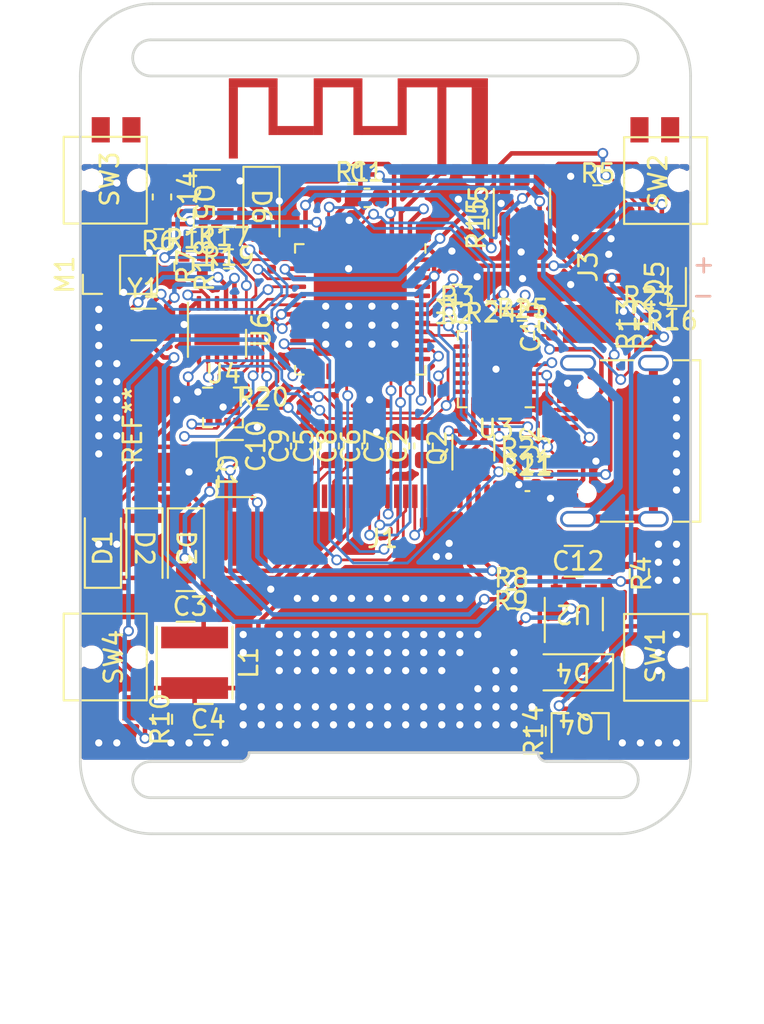
<source format=kicad_pcb>
(kicad_pcb (version 20221018) (generator pcbnew)
  (layers (0 "F.Cu" signal) (31 "B.Cu" signal) (34 "B.Paste" user) (35 "F.Paste" user) (36 "B.SilkS" user "B.Silkscreen") (37 "F.SilkS" user "F.Silkscreen") (38 "B.Mask" user) (39 "F.Mask" user) (44 "Edge.Cuts" user))
  (net 0 "")
  (net 1 "GND")
  (net 2 "EN")
  (net 3 "+3V3")
  (net 4 "PREVGH")
  (net 5 "PREVGL")
  (net 6 "VBUS")
  (net 7 "BUSY")
  (net 8 "RES")
  (net 9 "DC")
  (net 10 "MOSI")
  (net 11 "SCK")
  (net 12 "SS")
  (net 13 "Net-(AE1-FEED)")
  (net 14 "Net-(J1-Pin_5)")
  (net 15 "RESE")
  (net 16 "GDR")
  (net 17 "Net-(D1-K)")
  (net 18 "Net-(D3-A)")
  (net 19 "RTS")
  (net 20 "GPIO0")
  (net 21 "DTR")
  (net 22 "SDA")
  (net 23 "SCL")
  (net 24 "BTN_1")
  (net 25 "BTN_2")
  (net 26 "BTN_3")
  (net 27 "+BATT")
  (net 28 "Net-(J1-Pin_18)")
  (net 29 "BTN_4")
  (net 30 "ADC")
  (net 31 "RTC_INT")
  (net 32 "VIB_PWM")
  (net 33 "TX")
  (net 34 "RX")
  (net 35 "Net-(J1-Pin_20)")
  (net 36 "Net-(J1-Pin_22)")
  (net 37 "Net-(J1-Pin_24)")
  (net 38 "ACC_INT_2")
  (net 39 "ACC_INT_1")
  (net 40 "Net-(U3-VDD)")
  (net 41 "Net-(D6-A)")
  (net 42 "Net-(D4-K)")
  (net 43 "Net-(D5-K)")
  (net 49 "Net-(J2-CC1)")
  (net 50 "Net-(U3-D+)")
  (net 51 "Net-(U3-D-)")
  (net 53 "Net-(J2-CC2)")
  (net 55 "unconnected-(J2-SHIELD-PadS1)")
  (net 56 "Net-(Q5-B)")
  (net 57 "Net-(U5-PROG)")
  (net 58 "BATT_STAT")
  (net 59 "Net-(U1-SENSOR_VN)")
  (net 73 "Net-(R11-Pad2)")
  (net 74 "32KHZ")
  (net 93 "Net-(U6-OSCI)")
  (net 94 "Net-(U6-OSCO)")
  (footprint "Watchy:SOT-23" (layer "F.Cu") (at 96.386 110.1852 90)
    (fp_text reference "Q4")
    (fp_text value "CJ2301")
  )
  (footprint "Watchy:SOT-23" (layer "F.Cu") (at 75.7358 80.9244 180)
    (fp_text reference "Q5")
    (fp_text value "S8050")
  )
  (footprint "Watchy:R_0402" (layer "F.Cu") (at 83.7622 79.6036)
    (fp_text reference "R1")
    (fp_text value "10K")
  )
  (footprint "Watchy:R_0402" (layer "F.Cu") (at 99.1 87.91 90)
    (fp_text reference "R13")
    (fp_text value "100K")
  )
  (footprint "Watchy:R_0402" (layer "F.Cu") (at 93.9476 110.4392 90)
    (fp_text reference "R14")
    (fp_text value "10K")
  )
  (footprint "Package_DFN_QFN:QFN-24-1EP_4x4mm_P0.5mm_EP2.6x2.6mm" (layer "F.Cu") (at 91.7228 90.3836 180)
    (fp_text reference "U3")
    (fp_text value "CP2102")
  )
  (footprint "Watchy:SOT-23" (layer "F.Cu") (at 77.0058 95.885 180)
    (fp_text reference "Q1")
    (fp_text value "AO3400A")
  )
  (footprint "Inductor_SMD:L_Taiyo-Yuden_NR-40xx" (layer "F.Cu") (at 75.03 106.64 -90)
    (fp_text reference "L1")
    (fp_text value "10uH 1A")
  )
  (footprint "Watchy:R_0402" (layer "F.Cu") (at 76.6502 83.185)
    (fp_text reference "R17")
    (fp_text value "1K")
  )
  (footprint "Watchy:D_SOD-123" (layer "F.Cu") (at 74.55 100.29 -90)
    (fp_text reference "D3")
    (fp_text value "MBR0530")
  )
  (footprint "Package_DFN_QFN:QFN-48-1EP_7x7mm_P0.5mm_EP5.15x5.15mm" (layer "F.Cu") (at 84.20275 87.07035 -90)
    (fp_text reference "U1")
    (fp_text value "ESP32-PICO-D4")
  )
  (footprint "Package_TO_SOT_SMD:SOT-363_SC-70-6" (layer "F.Cu") (at 90.4678 94.742 90)
    (fp_text reference "Q2")
    (fp_text value "UMH3N")
  )
  (footprint "Watchy:R_0402" (layer "F.Cu") (at 73.25 109.77 90)
    (fp_text reference "R10")
    (fp_text value "10K")
  )
  (footprint "Watchy:C_0805" (layer "F.Cu") (at 96.021 101.0158)
    (fp_text reference "C12")
    (fp_text value "4.7uF/50V")
  )
  (footprint "Watchy:R_0402" (layer "F.Cu") (at 101.466 87.5792 180)
    (fp_text reference "R16")
    (fp_text value "1K")
  )
  (footprint "Watchy:R_0402" (layer "F.Cu") (at 100 87.91 90)
    (fp_text reference "R12")
    (fp_text value "100K")
  )
  (footprint "Watchy:K2-1114SA-A4SW-06" (layer "F.Cu") (at 70.63 106.33 90)
    (fp_text reference "SW4")
    (fp_text value "BTN")
  )
  (footprint "Watchy:K2-1114SA-A4SW-06" (layer "F.Cu") (at 100.57 106.33 -90)
    (fp_text reference "SW1")
    (fp_text value "BTN")
  )
  (footprint "Watchy:R_0402" (layer "F.Cu") (at 92.576 103.0986 180)
    (fp_text reference "R9")
    (fp_text value "3")
  )
  (footprint "Watchy:D_SOD-123" (layer "F.Cu") (at 72.25 100.29 -90)
    (fp_text reference "D2")
    (fp_text value "MBR0530")
  )
  (footprint "Watchy:C_0805" (layer "F.Cu") (at 74.53 103.52)
    (fp_text reference "C3")
    (fp_text value "4.7uF/50V")
  )
  (footprint "Watchy:R_0402" (layer "F.Cu") (at 97.36 79.67)
    (fp_text reference "R5")
    (fp_text value "10K")
  )
  (footprint "Watchy:LED_0603" (layer "F.Cu") (at 101.74 85.58 90)
    (fp_text reference "D5")
    (fp_text value "LED")
  )
  (footprint "Watchy:C_0805" (layer "F.Cu") (at 75.53 109.77)
    (fp_text reference "C4")
    (fp_text value "4.7uF/50V")
  )
  (footprint "Watchy:D_SOD-123" (layer "F.Cu") (at 96.0066 107.1692 180)
    (fp_text reference "D4")
    (fp_text value "MBR0530")
  )
  (footprint "Package_TO_SOT_SMD:SOT-23-5" (layer "F.Cu") (at 93.1602 81.2038 90)
    (fp_text reference "U5")
    (fp_text value "TP4054")
  )
  (footprint "Watchy:R_0402" (layer "F.Cu") (at 89.5788 86.233 180)
    (fp_text reference "R3")
    (fp_text value "4.7K")
  )
  (footprint "Watchy:R_0402" (layer "F.Cu") (at 92.576 102.0826)
    (fp_text reference "R8")
    (fp_text value "10K")
  )
  (footprint "Watchy:R_0402" (layer "F.Cu") (at 99.6626 101.7016 -90)
    (fp_text reference "R4")
    (fp_text value "10K")
  )
  (footprint "Watchy:1.25T-2PWT (Molex 532610271)" (layer "F.Cu") (at 96.83 84.72 90)
    (fp_text reference "J3")
    (fp_text value "Battery")
  )
  (footprint "Watchy:D_SOD-123" (layer "F.Cu") (at 69.95 100.29 90)
    (fp_text reference "D1")
    (fp_text value "MBR0530")
  )
  (footprint "Watchy:SOT-23-5" (layer "F.Cu") (at 96.032 103.9434 90)
    (fp_text reference "U2")
    (fp_text value "ME6211C33M5G-N")
  )
  (footprint "Watchy:K2-1114SA-A4SW-06" (layer "F.Cu") (at 100.57 79.93 -90)
    (fp_text reference "SW2")
    (fp_text value "BTN")
  )
  (footprint "Watchy:K2-1114SA-A4SW-06" (layer "F.Cu") (at 70.63 79.93 90)
    (fp_text reference "SW3")
    (fp_text value "BTN")
  )
  (footprint "Watchy:24_Pins_0.5mm_Pitch_ZIF_Connector_UP" (layer "F.Cu") (at 85.475 99.77)
    (fp_text reference "J1")
    (fp_text value "FPC24(0.5MM)")
  )
  (footprint "Watchy:R_0402" (layer "F.Cu") (at 89.5788 87.2236 180)
    (fp_text reference "R2")
    (fp_text value "4.7K")
  )
  (footprint "Watchy:R_0402" (layer "F.Cu") (at 73.0434 83.1596 180)
    (fp_text reference "R6")
    (fp_text value "10K")
  )
  (footprint "Watchy:D_SOD-123" (layer "F.Cu") (at 78.733 81.3816 -90)
    (fp_text reference "D6")
    (fp_text value "1N4001")
  )
  (footprint "Watchy:Motor_Header" (layer "F.Cu") (at 69.9 85.155 90)
    (fp_text reference "M1")
    (fp_text value "Vibration_Motor")
  )
  (footprint "Watchy:R_0402" (layer "F.Cu") (at 74.4404 84.6836 -90)
    (fp_text reference "R7")
    (fp_text value "10K")
  )
  (footprint "Watchy:SWRA117D" (layer "F.Cu") (at 74.255 79.18)
    (fp_text reference "AE1" hide)
    (fp_text value "SWRA117D" hide)
  )
  (footprint "Watchy:R_0402" (layer "F.Cu") (at 74.8468 83.312)
    (fp_text reference "R11")
    (fp_text value "680K")
  )
  (footprint "Watchy:R_0402" (layer "F.Cu") (at 76.9042 84.2772)
    (fp_text reference "R19")
    (fp_text value "100K")
  )
  (footprint "Crystal:Crystal_SMD_3215-2Pin_3.2x1.5mm" (layer "F.Cu") (at 72.2052 87.9094)
    (fp_text reference "Y1")
    (fp_text value "32.768KHz")
  )
  (footprint "Package_LGA:LGA-12_2x2mm_P0.5mm" (layer "F.Cu") (at 76.5999 92.5028)
    (fp_text reference "U4")
    (fp_text value "BMA423")
  )
  (footprint "Package_DFN_QFN:DFN-10-1EP_3x3mm_P0.5mm_EP1.7x2.5mm" (layer "F.Cu") (at 76.2692 88.2035 -90)
    (fp_text reference "U6")
    (fp_text value "PCF8563BS")
  )
  (footprint "Watchy:R_0402" (layer "F.Cu") (at 75.4564 84.6328 -90)
    (fp_text reference "R18")
    (fp_text value "220K")
  )
  (footprint "Watchy:R_0402" (layer "F.Cu") (at 90.7726 82.3468 90)
    (fp_text reference "R15")
    (fp_text value "10K")
  )
  (footprint "Capacitor_SMD:C_0603_1608Metric" (layer "F.Cu") (at 84.575 80.899)
    (fp_text reference "C1")
    (fp_text value "100nF")
  )
  (footprint "Capacitor_SMD:C_0603_1608Metric" (layer "F.Cu") (at 87.71 94.64 90)
    (fp_text reference "C2")
    (fp_text value "1uF/50V")
  )
  (footprint "Capacitor_SMD:C_0603_1608Metric" (layer "F.Cu") (at 82.51 94.64 90)
    (fp_text reference "C5")
    (fp_text value "1uF/50V")
  )
  (footprint "Capacitor_SMD:C_0603_1608Metric" (layer "F.Cu") (at 85.11 94.64 90)
    (fp_text reference "C6")
    (fp_text value "1uF/50V")
  )
  (footprint "Capacitor_SMD:C_0603_1608Metric" (layer "F.Cu") (at 86.41 94.64 90)
    (fp_text reference "C7")
    (fp_text value "1uF/50V")
  )
  (footprint "Capacitor_SMD:C_0603_1608Metric" (layer "F.Cu") (at 83.81 94.64 90)
    (fp_text reference "C8")
    (fp_text value "1uF/50V")
  )
  (footprint "Capacitor_SMD:C_0603_1608Metric" (layer "F.Cu") (at 81.16 94.64 90)
    (fp_text reference "C9")
    (fp_text value "1uF/50V")
  )
  (footprint "Capacitor_SMD:C_0603_1608Metric" (layer "F.Cu") (at 79.86 94.64 90)
    (fp_text reference "C10")
    (fp_text value "1uF/50V")
  )
  (footprint "Capacitor_SMD:C_0603_1608Metric" (layer "F.Cu") (at 73.2212 80.8482 -90)
    (fp_text reference "C14")
    (fp_text value "100nF")
  )
  (footprint "Watchy:R_0402" (layer "F.Cu") (at 78.7908 92.075)
    (fp_text reference "R20")
    (fp_text value "100K")
  )
  (footprint "Capacitor_SMD:C_0402_1005Metric" (layer "F.Cu") (at 94.8112 88.0364 90)
    (fp_text reference "C13")
    (fp_text value "4.7uF")
  )
  (footprint "Capacitor_SMD:C_0402_1005Metric" (layer "F.Cu") (at 93.465 96.774)
    (fp_text reference "C11")
    (fp_text value "4.7uF")
  )
  (footprint "Watchy:VIB_MOT_LBM0625A3098" (layer "F.Cu") (at 72.0984 93.5004 90)
    (fp_text reference "REF**")
    (fp_text value "VIB_MOT_LBM0625A3098")
  )
  (footprint "Watchy:R_0402" (layer "F.Cu") (at 93.4142 95.631 180)
    (fp_text reference "R21")
    (fp_text value "5.1k")
  )
  (footprint "Connector_USB:USB_C_Receptacle_Palconn_UTC16-G" (layer "F.Cu") (at 98.2 94.36 90)
    (fp_text reference "J2")
    (fp_text value "USB_C_Receptacle_USB2.0")
  )
  (footprint "Watchy:R_0402" (layer "F.Cu") (at 93.1856 87.1728)
    (fp_text reference "R25")
    (fp_text value "22k")
  )
  (footprint "Watchy:R_0402" (layer "F.Cu") (at 93.4142 94.6404 180)
    (fp_text reference "R22")
    (fp_text value "5.1k")
  )
  (footprint "Watchy:R_0402" (layer "F.Cu") (at 100.1706 86.487)
    (fp_text reference "R23")
    (fp_text value "10K")
  )
  (footprint "Watchy:R_0402" (layer "F.Cu") (at 91.4584 87.1474 180)
    (fp_text reference "R24")
    (fp_text value "15k")
  )
  (gr_arc (start 72.6 74.15) (mid 71.892893 73.857107) (end 71.6 73.15) (stroke (width 0.15)) (layer "Edge.Cuts"))
  (gr_arc (start 71.6 113.11) (mid 71.892893 112.402893) (end 72.6 112.11) (stroke (width 0.15)) (layer "Edge.Cuts"))
  (gr_arc (start 98.6 112.11) (mid 99.307107 112.402893) (end 99.6 113.11) (stroke (width 0.15)) (layer "Edge.Cuts"))
  (gr_arc (start 99.6 73.15) (mid 99.307107 73.857107) (end 98.6 74.15) (stroke (width 0.15)) (layer "Edge.Cuts"))
  (gr_line (start 98.6 74.15) (end 72.6 74.15) (stroke (width 0.15)) (layer "Edge.Cuts"))
  (gr_line (start 72.6 72.15) (end 98.6 72.15) (stroke (width 0.15)) (layer "Edge.Cuts"))
  (gr_arc (start 102.5 112.11) (mid 101.328427 114.938427) (end 98.5 116.11) (stroke (width 0.15)) (layer "Edge.Cuts"))
  (gr_arc (start 72.7 116.11) (mid 69.871573 114.938427) (end 68.7 112.11) (stroke (width 0.15)) (layer "Edge.Cuts"))
  (gr_arc (start 98.5 70.15) (mid 101.328427 71.321573) (end 102.5 74.15) (stroke (width 0.15)) (layer "Edge.Cuts"))
  (gr_line (start 102.5 112.11) (end 102.5 74.15) (stroke (width 0.15)) (layer "Edge.Cuts"))
  (gr_arc (start 78.05 111.61) (mid 77.903553 111.963553) (end 77.55 112.11) (stroke (width 0.15)) (layer "Edge.Cuts"))
  (gr_arc (start 94.55 112.11) (mid 94.196447 111.963553) (end 94.05 111.61) (stroke (width 0.15)) (layer "Edge.Cuts"))
  (gr_line (start 98.6 112.11) (end 94.55 112.11) (stroke (width 0.15)) (layer "Edge.Cuts"))
  (gr_line (start 78.05 111.61) (end 94.05 111.61) (stroke (width 0.15)) (layer "Edge.Cuts"))
  (gr_line (start 68.7 112.11) (end 68.7 74.15) (stroke (width 0.15)) (layer "Edge.Cuts"))
  (gr_line (start 98.5 70.15) (end 72.7 70.15) (stroke (width 0.15)) (layer "Edge.Cuts"))
  (gr_arc (start 99.6 113.11) (mid 99.307107 113.817107) (end 98.6 114.11) (stroke (width 0.15)) (layer "Edge.Cuts"))
  (gr_line (start 98.6 114.11) (end 72.6 114.11) (stroke (width 0.15)) (layer "Edge.Cuts"))
  (gr_line (start 72.6 112.11) (end 77.55 112.11) (stroke (width 0.15)) (layer "Edge.Cuts"))
  (gr_line (start 72.7 116.11) (end 98.5 116.11) (stroke (width 0.15)) (layer "Edge.Cuts"))
  (gr_arc (start 68.7 74.15) (mid 69.871573 71.321573) (end 72.7 70.15) (stroke (width 0.15)) (layer "Edge.Cuts"))
  (gr_arc (start 98.6 72.15) (mid 99.307107 72.442893) (end 99.6 73.15) (stroke (width 0.15)) (layer "Edge.Cuts"))
  (gr_arc (start 72.6 114.11) (mid 71.892893 113.817107) (end 71.6 113.11) (stroke (width 0.15)) (layer "Edge.Cuts"))
  (gr_arc (start 71.6 73.15) (mid 71.892893 72.442893) (end 72.6 72.15) (stroke (width 0.15)) (layer "Edge.Cuts"))
  (gr_text "-" (at 103.2 86.27) (layer "B.SilkS") (effects (font (size 1 1)) (justify mirror)))
  (gr_text "+" (at 103.23 84.56) (layer "B.SilkS") (effects (font (size 1 1)) (justify mirror)))
  (segment (start 72.845 83.808) (end 73.4934 83.1596) (width 0.1524) (layer "F.Cu") (net 1))
  (segment (start 93.026 102.0826) (end 93.026 103.0986) (width 0.25) (layer "F.Cu") (net 1))
  (segment (start 77.3624 92.2528) (end 76.835 92.2528) (width 0.25) (layer "F.Cu") (net 1))
  (segment (start 74.4474 87.3705) (end 74.4474 87.9094) (width 0.25) (layer "F.Cu") (net 1))
  (segment (start 97.2126 96.476) (end 97.5614 96.8248) (width 0.25) (layer "F.Cu") (net 1))
  (segment (start 77.531 79.9744) (end 77.5462 79.9592) (width 0.25) (layer "F.Cu") (net 1))
  (segment (start 97.2126 95.5226) (end 97.2126 96.476) (width 0.25) (layer "F.Cu") (net 1))
  (segment (start 92.007222 81.207222) (end 92.523422 81.207222) (width 0.25) (layer "F.Cu") (net 1))
  (segment (start 95.69 97.56) (end 94.766 97.56) (width 0.25) (layer "F.Cu") (net 1))
  (segment (start 95.5294 85.3694) (end 93.1926 85.3694) (width 0.25) (layer "F.Cu") (net 1))
  (segment (start 89.281 83.8454) (end 89.6914 84.2558) (width 0.25) (layer "F.Cu") (net 1))
  (segment (start 72.706 83.947) (end 72.517 83.947) (width 0.25) (layer "F.Cu") (net 1))
  (segment (start 99.1 87.46) (end 99.05774 87.46) (width 0.25) (layer "F.Cu") (net 1))
  (segment (start 95.69 91.16) (end 95.602324 91.247676) (width 0.1524) (layer "F.Cu") (net 1))
  (segment (start 75.0769 86.741) (end 74.4474 87.3705) (width 0.25) (layer "F.Cu") (net 1))
  (segment (start 94.4276 87.1728) (end 94.8112 87.5564) (width 0.25) (layer "F.Cu") (net 1))
  (segment (start 91.35 82.2194) (end 90.7726 82.7968) (width 0.25) (layer "F.Cu") (net 1))
  (segment (start 94.766 97.56) (end 94.742 97.536) (width 0.25) (layer "F.Cu") (net 1))
  (segment (start 76.7358 79.9744) (end 77.531 79.9744) (width 0.25) (layer "F.Cu") (net 1))
  (segment (start 92.523422 81.207222) (end 93.1602 81.844) (width 0.25) (layer "F.Cu") (net 1))
  (segment (start 71.0438 86.1314) (end 71.0946 86.1314) (width 0.25) (layer "F.Cu") (net 1))
  (segment (start 93.026 103.1986) (end 91.1496 105.075) (width 0.25) (layer "F.Cu") (net 1))
  (segment (start 96.032 105.0434) (end 96.032 104.468) (width 0.25) (layer "F.Cu") (net 1))
  (segment (start 93.1602 81.844) (end 93.1602 82.3038) (width 0.25) (layer "F.Cu") (net 1))
  (segment (start 97.2566 95.4786) (end 97.2126 95.5226) (width 0.25) (layer "F.Cu") (net 1))
  (segment (start 74.041 92.075) (end 70.72 92.075) (width 0.25) (layer "F.Cu") (net 1))
  (segment (start 96.055 97.925) (end 95.69 97.56) (width 0.25) (layer "F.Cu") (net 1))
  (segment (start 73.7236 84.7296) (end 73.154646 84.7296) (width 0.1524) (layer "F.Cu") (net 1))
  (segment (start 76.835 92.2528) (end 76.6064 92.4814) (width 0.25) (layer "F.Cu") (net 1))
  (segment (start 83.225 98.81296) (end 79.47276 102.5652) (width 0.25) (layer "F.Cu") (net 1))
  (segment (start 97.57872 104.2) (end 98.57872 105.2) (width 0.25) (layer "F.Cu") (net 1))
  (segment (start 94.742 98.907476) (end 96.850324 101.0158) (width 0.5) (layer "F.Cu") (net 1))
  (segment (start 96.3 104.2) (end 97.57872 104.2) (width 0.25) (layer "F.Cu") (net 1))
  (segment (start 96.850324 101.0158) (end 97.021 101.0158) (width 0.5) (layer "F.Cu") (net 1))
  (segment (start 79.47276 102.5652) (end 79.248 102.5652) (width 0.25) (layer "F.Cu") (net 1))
  (segment (start 73.4934 83.1596) (end 72.706 83.947) (width 0.25) (layer "F.Cu") (net 1))
  (segment (start 91.7228 89.6) (end 93.2564 91.1336) (width 0.25) (layer "F.Cu") (net 1))
  (segment (start 93.6356 87.1728) (end 94.4276 87.1728) (width 0.25) (layer "F.Cu") (net 1))
  (segment (start 84.985501 80.899) (end 83.740901 82.1436) (width 0.25) (layer "F.Cu") (net 1))
  (segment (start 94.742 97.536) (end 94.742 98.907476) (width 0.5) (layer "F.Cu") (net 1))
  (segment (start 95.8596 85.6996) (end 95.5294 85.3694) (width 0.25) (layer "F.Cu") (net 1))
  (segment (start 99.845 105.2) (end 100.72 106.075) (width 0.25) (layer "F.Cu") (net 1))
  (segment (start 83.740901 82.1436) (end 83.5914 82.1436) (width 0.25) (layer "F.Cu") (net 1))
  (segment (start 75.4564 85.0828) (end 75.0358 84.6622) (width 0.1524) (layer "F.Cu") (net 1))
  (segment (start 75.0358 84.6622) (end 73.791 84.6622) (width 0.1524) (layer "F.Cu") (net 1))
  (segment (start 93.2564 91.1336) (end 93.6603 91.1336) (width 0.25) (layer "F.Cu") (net 1))
  (segment (start 91.1496 105.075) (end 90.72 105.075) (width 0.25) (layer "F.Cu") (net 1))
  (segment (start 97.029594 97.925) (end 96.055 97.925) (width 0.25) (layer "F.Cu") (net 1))
  (segment (start 81.91965 88.32035) (end 82.29 87.95) (width 0.25) (layer "F.Cu") (net 1))
  (segment (start 91.35 81.9034) (end 91.35 82.2194) (width 0.25) (layer "F.Cu") (net 1))
  (segment (start 83.225 97.42) (end 83.225 98.81296) (width 0.25) (layer "F.Cu") (net 1))
  (segment (start 97.5614 97.393194) (end 97.029594 97.925) (width 0.25) (layer "F.Cu") (net 1))
  (segment (start 85.35 80.899) (end 84.985501 80.899) (width 0.25) (layer "F.Cu") (net 1))
  (segment (start 75.319 91.7528) (end 75.2094 91.6432) (width 0.25) (layer "F.Cu") (net 1))
  (segment (start 97.5614 96.8248) (end 97.5614 97.393194) (width 0.25) (layer "F.Cu") (net 1))
  (segment (start 80.80275 88.32035) (end 81.91965 88.32035) (width 0.25) (layer "F.Cu") (net 1))
  (segment (start 99.05774 87.46) (end 98.781901 87.184161) (width 0.25) (layer "F.Cu") (net 1))
  (segment (start 92.007222 81.207222) (end 92.007222 81.246178) (width 0.25) (layer "F.Cu") (net 1))
  (segment (start 72.845 84.419954) (end 72.845 83.808) (width 0.1524) (layer "F.Cu") (net 1))
  (segment (start 73.154646 84.7296) (end 72.845 84.419954) (width 0.1524) (layer "F.Cu") (net 1))
  (segment (start 77.3624 92.2528) (end 77.3624 92.7528) (width 0.25) (layer "F.Cu") (net 1))
  (segment (start 75.2692 86.741) (end 75.0769 86.741) (width 0.25) (layer "F.Cu") (net 1))
  (segment (start 89.6914 84.2558) (end 92.7568 84.2558) (width 0.25) (layer "F.Cu") (net 1))
  (segment (start 93.774376 91.247676) (end 93.6603 91.1336) (width 0.1524) (layer "F.Cu") (net 1))
  (segment (start 98.57872 105.2) (end 99.845 105.2) (width 0.25) (layer "F.Cu") (net 1))
  (segment (start 75.8374 91.7528) (end 75.319 91.7528) (width 0.25) (layer "F.Cu") (net 1))
  (segment (start 95.602324 91.247676) (end 93.774376 91.247676) (width 0.1524) (layer "F.Cu") (net 1))
  (segment (start 92.007222 81.246178) (end 91.35 81.9034) (width 0.25) (layer "F.Cu") (net 1))
  (segment (start 73.791 84.6622) (end 73.7236 84.7296) (width 0.1524) (layer "F.Cu") (net 1))
  (segment (start 92.7568 84.2558) (end 93.1164 83.8962) (width 0.25) (layer "F.Cu") (net 1))
  (segment (start 93.026 103.0986) (end 93.026 103.1986) (width 0.25) (layer "F.Cu") (net 1))
  (segment (start 96.032 104.468) (end 96.3 104.2) (width 0.25) (layer "F.Cu") (net 1))
  (via (at 86.72 105.075) (size 0.6) (drill 0.4) (layers "F.Cu" "B.Cu") (net 1))
  (via (at 80.72 105.075) (size 0.6) (drill 0.4) (layers "F.Cu" "B.Cu") (net 1))
  (via (at 101.72 92.075) (size 0.6) (drill 0.4) (layers "F.Cu" "B.Cu") (net 1))
  (via (at 92.72 106.075) (size 0.6) (drill 0.4) (layers "F.Cu" "B.Cu") (net 1))
  (via (at 86.13 87.95) (size 0.6) (drill 0.4) (layers "F.Cu" "B.Cu") (net 1))
  (via (at 83.72 103.075) (size 0.6) (drill 0.4) (layers "F.Cu" "B.Cu") (net 1))
  (via (at 84.72 103.075) (size 0.6) (drill 0.4) (layers "F.Cu" "B.Cu") (net 1))
  (via (at 100.72 107.075) (size 0.6) (drill 0.4) (layers "F.Cu" "B.Cu") (net 1))
  (via (at 70.72 94.075) (size 0.6) (drill 0.4) (layers "F.Cu" "B.Cu") (net 1))
  (via (at 90.72 109.075) (size 0.6) (drill 0.4) (layers "F.Cu" "B.Cu") (net 1))
  (via (at 93.1926 85.3694) (size 0.6) (drill 0.4) (layers "F.Cu" "B.Cu") (net 1))
  (via (at 92.72 107.075) (size 0.6) (drill 0.4) (layers "F.Cu" "B.Cu") (net 1))
  (via (at 80.72 110.075) (size 0.6) (drill 0.4) (layers "F.Cu" "B.Cu") (net 1))
  (via (at 79.72 81.075) (size 0.6) (drill 0.4) (layers "F.Cu" "B.Cu") (net 1))
  (via (at 89.6366 80.9752) (size 0.6) (drill 0.4) (layers "F.Cu" "B.Cu") (net 1))
  (via (at 89.1286 100.0252) (size 0.6) (drill 0.4) (layers "F.Cu" "B.Cu") (net 1))
  (via (at 85.72 106.075) (size 0.6) (drill 0.4) (layers "F.Cu" "B.Cu") (net 1))
  (via (at 100.72 101.075) (size 0.6) (drill 0.4) (layers "F.Cu" "B.Cu") (net 1))
  (via (at 79.72 110.075) (size 0.6) (drill 0.4) (layers "F.Cu" "B.Cu") (net 1))
  (via (at 88.72 103.075) (size 0.6) (drill 0.4) (layers "F.Cu" "B.Cu") (net 1))
  (via (at 80.72 109.075) (size 0.6) (drill 0.4) (layers "F.Cu" "B.Cu") (net 1))
  (via (at 101.72 91.075) (size 0.6) (drill 0.4) (layers "F.Cu" "B.Cu") (net 1))
  (via (at 84.72 109.075) (size 0.6) (drill 0.4) (layers "F.Cu" "B.Cu") (net 1))
  (via (at 79.72 107.075) (size 0.6) (drill 0.4) (layers "F.Cu" "B.Cu") (net 1))
  (via (at 87.72 109.075) (size 0.6) (drill 0.4) (layers "F.Cu" "B.Cu") (net 1))
  (via (at 74.72 96.075) (size 0.6) (drill 0.4) (layers "F.Cu" "B.Cu") (net 1))
  (via (at 83.72 105.075) (size 0.6) (drill 0.4) (layers "F.Cu" "B.Cu") (net 1))
  (via (at 69.72 93.075) (size 0.6) (drill 0.4) (layers "F.Cu" "B.Cu") (net 1))
  (via (at 69.72 89.075) (size 0.6) (drill 0.4) (layers "F.Cu" "B.Cu") (net 1))
  (via (at 100.72 111.075) (size 0.6) (drill 0.4) (layers "F.Cu" "B.Cu") (net 1))
  (via (at 100.72 100.075) (size 0.6) (drill 0.4) (layers "F.Cu" "B.Cu") (net 1))
  (via (at 97.2566 95.4786) (size 0.6) (drill 0.4) (layers "F.Cu" "B.Cu") (net 1))
  (via (at 78.5 93.6) (size 0.6) (drill 0.4) (layers "F.Cu" "B.Cu") (net 1))
  (via (at 98.781901 87.184161) (size 0.6) (drill 0.4) (layers "F.Cu" "B.Cu") (net 1))
  (via (at 93.1164 83.8962) (size 0.6) (drill 0.4) (layers "F.Cu" "B.Cu") (net 1))
  (via (at 95.8596 79.7052) (size 0.6) (drill 0.4) (layers "F.Cu" "B.Cu") (net 1))
  (via (at 101.72 96.075) (size 0.6) (drill 0.4) (layers "F.Cu" "B.Cu") (net 1))
  (via locked (at 82.29 86.9) (size 0.6) (drill 0.4) (layers "F.Cu" "B.Cu") (net 1))
  (via (at 81.72 110.075) (size 0.6) (drill 0.4) (layers "F.Cu" "B.Cu") (net 1))
  (via (at 72.517 83.947) (size 0.6) (drill 0.4) (layers "F.Cu" "B.Cu") (net 1))
  (via (at 76.72 111.075) (size 0.6) (drill 0.4) (layers "F.Cu" "B.Cu") (net 1))
  (via (at 88.4174 100.7618) (size 0.6) (drill 0.4) (layers "F.Cu" "B.Cu") (net 1))
  (via (at 94.742 97.536) (size 0.6) (drill 0.4) (layers "F.Cu" "B.Cu") (net 1))
  (via (at 89.72 106.075) (size 0.6) (drill 0.4) (layers "F.Cu" "B.Cu") (net 1))
  (via (at 83.72 109.075) (size 0.6) (drill 0.4) (layers "F.Cu" "B.Cu") (net 1))
  (via (at 81.72 106.075) (size 0.6) (drill 0.4) (layers "F.Cu" "B.Cu") (net 1))
  (via (at 87.72 103.075) (size 0.6) (drill 0.4) (layers "F.Cu" "B.Cu") (net 1))
  (via (at 85.72 105.075) (size 0.6) (drill 0.4) (layers "F.Cu" "B.Cu") (net 1))
  (via (at 80.72 106.075) (size 0.6) (drill 0.4) (layers "F.Cu" "B.Cu") (net 1))
  (via (at 84.85 89) (size 0.6) (drill 0.4) (layers "F.Cu" "B.Cu") (net 1))
  (via (at 90.678 85.2678) (size 0.6) (drill 0.4) (layers "F.Cu" "B.Cu") (net 1))
  (via (at 78.72 109.075) (size 0.6) (drill 0.4) (layers "F.Cu" "B.Cu") (net 1))
  (via (at 86.72 109.075) (size 0.6) (drill 0.4) (layers "F.Cu" "B.Cu") (net 1))
  (via (at 91.72 110.075) (size 0.6) (drill 0.4) (layers "F.Cu" "B.Cu") (net 1))
  (via (at 100.72 106.075) (size 0.6) (drill 0.4) (layers "F.Cu" "B.Cu") (net 1))
  (via (at 83.72 107.075) (size 0.6) (drill 0.4) (layers "F.Cu" "B.Cu") (net 1))
  (via (at 81.72 103.075) (size 0.6) (drill 0.4) (layers "F.Cu" "B.Cu") (net 1))
  (via (at 99.72 111.075) (size 0.6) (drill 0.4) (layers "F.Cu" "B.Cu") (net 1))
  (via (at 78.72 110.075) (size 0.6) (drill 0.4) (layers "F.Cu" "B.Cu") (net 1))
  (via (at 82.72 103.075) (size 0.6) (drill 0.4) (layers "F.Cu" "B.Cu") (net 1))
  (via (at 70.72 93.075) (size 0.6) (drill 0.4) (layers "F.Cu" "B.Cu") (net 1))
  (via (at 98.72 111.075) (size 0.6) (drill 0.4) (layers "F.Cu" "B.Cu") (net 1))
  (via (at 85.72 107.075) (size 0.6) (drill 0.4) (layers "F.Cu" "B.Cu") (net 1))
  (via (at 77.72 106.075) (size 0.6) (drill 0.4) (layers "F.Cu" "B.Cu") (net 1))
  (via (at 101.72 95.075) (size 0.6) (drill 0.4) (layers "F.Cu" "B.Cu") (net 1))
  (via (at 91.7228 90.3836) (size 0.6) (drill 0.4) (layers "F.Cu" "B.Cu") (net 1))
  (via (at 77.72 109.075) (size 0.6) (drill 0.4) (layers "F.Cu" "B.Cu") (net 1))
  (via (at 101.72 94.075) (size 0.6) (drill 0.4) (layers "F.Cu" "B.Cu") (net 1))
  (via (at 101.72 100.075) (size 0.6) (drill 0.4) (layers "F.Cu" "B.Cu") (net 1))
  (via (at 85.72 110.075) (size 0.6) (drill 0.4) (layers "F.Cu" "B.Cu") (net 1))
  (via (at 79.248 102.5652) (size 0.6) (drill 0.4) (layers "F.Cu" "B.Cu") (net 1))
  (via (at 90.72 108.075) (size 0.6) (drill 0.4) (layers "F.Cu" "B.Cu") (net 1))
  (via (at 70.72 92.075) (size 0.6) (drill 0.4) (layers "F.Cu" "B.Cu") (net 1))
  (via (at 89.72 105.075) (size 0.6) (drill 0.4) (layers "F.Cu" "B.Cu") (net 1))
  (via (at 82.29 89) (size 0.6) (drill 0.4) (layers "F.Cu" "B.Cu") (net 1))
  (via (at 92.985 96.774) (size 0.6) (drill 0.4) (layers "F.Cu" "B.Cu") (net 1))
  (via (at 70.72 91.075) (size 0.6) (drill 0.4) (layers "F.Cu" "B.Cu") (net 1))
  (via (at 81.72 109.075) (size 0.6) (drill 0.4) (layers "F.Cu" "B.Cu") (net 1))
  (via (at 70.72 111.075) (size 0.6) (drill 0.4) (layers "F.Cu" "B.Cu") (net 1))
  (via (at 79.72 106.075) (size 0.6) (drill 0.4) (layers "F.Cu" "B.Cu") (net 1))
  (via (at 73.72 111.075) (size 0.6) (drill 0.4) (layers "F.Cu" "B.Cu") (net 1))
  (via (at 70.72 100.075) (size 0.6) (drill 0.4) (layers "F.Cu" "B.Cu") (net 1))
  (via (at 83.559 84.8179) (size 0.6) (drill 0.4) (layers "F.Cu" "B.Cu") (net 1))
  (via (at 87.72 110.075) (size 0.6) (drill 0.4) (layers "F.Cu" "B.Cu") (net 1))
  (via (at 86.13 86.9) (size 0.6) (drill 0.4) (layers "F.Cu" "B.Cu") (net 1))
  (via (at 88.72 106.075) (size 0.6) (drill 0.4) (layers "F.Cu" "B.Cu") (net 1))
  (via (at 77.5462 79.9592) (size 0.6) (drill 0.4) (layers "F.Cu" "B.Cu") (net 1))
  (via (at 82.72 107.075) (size 0.6) (drill 0.4) (layers "F.Cu" "B.Cu") (net 1))
  (via (at 88.72 109.075) (size 0.6) (drill 0.4) (layers "F.Cu" "B.Cu") (net 1))
  (via (at 70.72 80.075) (size 0.6) (drill 0.4) (layers "F.Cu" "B.Cu") (net 1))
  (via (at 90.72 110.075) (size 0.6) (drill 0.4) (layers "F.Cu" "B.Cu") (net 1))
  (via locked (at 86.13 89) (size 0.6) (drill 0.4) (layers "F.Cu" "B.Cu") (net 1))
  (via (at 97.9678 84.0232) (size 0.6) (drill 0.4) (layers "F.Cu" "B.Cu") (net 1))
  (via (at 69.72 111.075) (size 0.6) (drill 0.4) (layers "F.Cu" "B.Cu") (net 1))
  (via (at 89.72 110.075) (size 0.6) (drill 0.4) (layers "F.Cu" "B.Cu") (net 1))
  (via (at 86.72 103.075) (size 0.6) (drill 0.4) (layers "F.Cu" "B.Cu") (net 1))
  (via (at 89.1032 100.7364) (size 0.6) (drill 0.4) (layers "F.Cu" "B.Cu") (net 1))
  (via (at 89.281 83.8454) (size 0.6) (drill 0.4) (layers "F.Cu" "B.Cu") (net 1))
  (via (at 83.72 110.075) (size 0.6) (drill 0.4) (layers "F.Cu" "B.Cu") (net 1))
  (via (at 100.72 102.075) (size 0.6) (drill 0.4) (layers "F.Cu" "B.Cu") (net 1))
  (via (at 85.72 103.075) (size 0.6) (drill 0.4) (layers "F.Cu" "B.Cu") (net 1))
  (via (at 101.72 111.075) (size 0.6) (drill 0.4) (layers "F.Cu" "B.Cu") (net 1))
  (via (at 69.72 90.075) (size 0.6) (drill 0.4) (layers "F.Cu" "B.Cu") (net 1))
  (via (at 82.72 106.075) (size 0.6) (drill 0.4) (layers "F.Cu" "B.Cu") (net 1))
  (via (at 85.72 109.075) (size 0.6) (drill 0.4) (layers "F.Cu" "B.Cu") (net 1))
  (via (at 80.72 103.075) (size 0.6) (drill 0.4) (layers "F.Cu" "B.Cu") (net 1))
  (via (at 92.72 108.075) (size 0.6) (drill 0.4) (layers "F.Cu" "B.Cu") (net 1))
  (via (at 74.041 92.075) (size 0.6) (drill 0.4) (layers "F.Cu" "B.Cu") (net 1))
  (via (at 83.5914 82.1436) (size 0.6) (drill 0.4) (layers "F.Cu" "B.Cu") (net 1))
  (via (at 88.72 107.075) (size 0.6) (drill 0.4) (layers "F.Cu" "B.Cu") (net 1))
  (via (at 82.72 105.075) (size 0.6) (drill 0.4) (layers "F.Cu" "B.Cu") (net 1))
  (via (at 81.72 107.075) (size 0.6) (drill 0.4) (layers "F.Cu" "B.Cu") (net 1))
  (via (at 84.85 86.9) (size 0.6) (drill 0.4) (layers "F.Cu" "B.Cu") (net 1))
  (via (at 69.72 95.075) (size 0.6) (drill 0.4) (layers "F.Cu" "B.Cu") (net 1))
  (via (at 83.57 89) (size 0.6) (drill 0.4) (layers "F.Cu" "B.Cu") (net 1))
  (via (at 96.1136 83.1088) (size 0.6) (drill 0.4) (layers "F.Cu" "B.Cu") (net 1))
  (via (at 95.69 91.16) (size 0.6) (drill 0.4) (layers "F.Cu" "B.Cu") (net 1))
  (via (at 82.72 109.075) (size 0.6) (drill 0.4) (layers "F.Cu" "B.Cu") (net 1))
  (via (at 87.72 107.075) (size 0.6) (drill 0.4) (layers "F.Cu" "B.Cu") (net 1))
  (via (at 81.72 105.075) (size 0.6) (drill 0.4) (layers "F.Cu" "B.Cu") (net 1))
  (via (at 84.72 106.075) (size 0.6) (drill 0.4) (layers "F.Cu" "B.Cu") (net 1))
  (via (at 87.72 106.075) (size 0.6) (drill 0.4) (layers "F.Cu" "B.Cu") (net 1))
  (via (at 101.72 93.075) (size 0.6) (drill 0.4) (layers "F.Cu" "B.Cu") (net 1))
  (via (at 79.72 105.075) (size 0.6) (drill 0.4) (layers "F.Cu" "B.Cu") (net 1))
  (via (at 92.007222 81.207222) (size 0.6) (drill 0.4) (layers "F.Cu" "B.Cu") (net 1))
  (via (at 85.11 93.865) (size 0.6) (drill 0.4) (layers "F.Cu" "B.Cu") (net 1))
  (via (at 101.72 105.075) (size 0.6) (drill 0.4) (layers "F.Cu" "B.Cu") (net 1))
  (via (at 69.72 87.075) (size 0.6) (drill 0.4) (layers "F.Cu" "B.Cu") (net 1))
  (via (at 70.72 90.075) (size 0.6) (drill 0.4) (layers "F.Cu" "B.Cu") (net 1))
  (via (at 69.72 92.075) (size 0.6) (drill 0.4) (layers "F.Cu" "B.Cu") (net 1))
  (via (at 91.72 109.075) (size 0.6) (drill 0.4) (layers "F.Cu" "B.Cu") (net 1))
  (via (at 76.6064 92.4814) (size 0.6) (drill 0.4) (layers "F.Cu" "B.Cu") (net 1))
  (via (at 101.72 97.075) (size 0.6) (drill 0.4) (layers "F.Cu" "B.Cu") (net 1))
  (via (at 86.72 106.075) (size 0.6) (drill 0.4) (layers "F.Cu" "B.Cu") (net 1))
  (via (at 92.72 110.075) (size 0.6) (drill 0.4) (layers "F.Cu" "B.Cu") (net 1))
  (via (at 84.72 92.075) (size 0.6) (drill 0.4) (layers "F.Cu" "B.Cu") (net 1))
  (via (at 87.72 105.075) (size 0.6) (drill 0.4) (layers "F.Cu" "B.Cu") (net 1))
  (via (at 84.72 105.075) (size 0.6) (drill 0.4) (layers "F.Cu" "B.Cu") (net 1))
  (via (at 83.72 106.075) (size 0.6) (drill 0.4) (layers "F.Cu" "B.Cu") (net 1))
  (via (at 101.72 102.075) (size 0.6) (drill 0.4) (layers "F.Cu" "B.Cu") (net 1))
  (via (at 84.72 107.075) (size 0.6) (drill 0.4) (layers "F.Cu" "B.Cu") (net 1))
  (via (at 88.72 110.075) (size 0.6) (drill 0.4) (layers "F.Cu" "B.Cu") (net 1))
  (via (at 84.72 110.075) (size 0.6) (drill 0.4) (layers "F.Cu" "B.Cu") (net 1))
  (via (at 82.72 110.075) (size 0.6) (drill 0.4) (layers "F.Cu" "B.Cu") (net 1))
  (via (at 89.72 109.075) (size 0.6) (drill 0.4) (layers "F.Cu" "B.Cu") (net 1))
  (via (at 79.72 109.075) (size 0.6) (drill 0.4) (layers "F.Cu" "B.Cu") (net 1))
  (via (at 95.8596 85.6996) (size 0.6) (drill 0.4) (layers "F.Cu" "B.Cu") (net 1))
  (via (at 91.72 108.075) (size 0.6) (drill 0.4) (layers "F.Cu" "B.Cu") (net 1))
  (via (at 91.72 107.075) (size 0.6) (drill 0.4) (layers "F.Cu" "B.Cu") (net 1))
  (via (at 80.72 107.075) (size 0.6) (drill 0.4) (layers "F.Cu" "B.Cu") (net 1))
  (via (at 77.72 110.075) (size 0.6) (drill 0.4) (layers "F.Cu" "B.Cu") (net 1))
  (via (at 98.0948 83.1596) (size 0.6) (drill 0.4) (layers "F.Cu" "B.Cu") (net 1))
  (via (at 75.2094 91.6432) (size 0.6) (drill 0.4) (layers "F.Cu" "B.Cu") (net 1))
  (via (at 92.72 109.075) (size 0.6) (drill 0.4) (layers "F.Cu" "B.Cu") (net 1))
  (via (at 93.72 109.075) (size 0.6) (drill 0.4) (layers "F.Cu" "B.Cu") (net 1))
  (via (at 82.29 87.95) (size 0.6) (drill 0.4) (layers "F.Cu" "B.Cu") (net 1))
  (via (at 75.72 111.075) (size 0.6) (drill 0.4) (layers "F.Cu" "B.Cu") (net 1))
  (via (at 88.72 105.075) (size 0.6) (drill 0.4) (layers "F.Cu" "B.Cu") (net 1))
  (via (at 101.72 101.075) (size 0.6) (drill 0.4) (layers "F.Cu" "B.Cu") (net 1))
  (via (at 86.72 107.075) (size 0.6) (drill 0.4) (layers "F.Cu" "B.Cu") (net 1))
  (via (at 83.57 87.95) (size 0.6) (drill 0.4) (layers "F.Cu" "B.Cu") (net 1))
  (via (at 69.72 91.075) (size 0.6) (drill 0.4) (layers "F.Cu" "B.Cu") (net 1))
  (via (at 89.72 103.075) (size 0.6) (drill 0.4) (layers "F.Cu" "B.Cu") (net 1))
  (via (at 71.0946 86.1314) (size 0.6) (drill 0.4) (layers "F.Cu" "B.Cu") (net 1))
  (via (at 90.72 105.075) (size 0.6) (drill 0.4) (layers "F.Cu" "B.Cu") (net 1))
  (via (at 77.72 105.075) (size 0.6) (drill 0.4) (layers "F.Cu" "B.Cu") (net 1))
  (via (at 69.72 100.075) (size 0.6) (drill 0.4) (layers "F.Cu" "B.Cu") (net 1))
  (via (at 86.72 110.075) (size 0.6) (drill 0.4) (layers "F.Cu" "B.Cu") (net 1))
  (via (at 74.4474 87.9094) (size 0.6) (drill 0.4) (layers "F.Cu" "B.Cu") (net 1))
  (via (at 74.72 111.075) (size 0.6) (drill 0.4) (layers "F.Cu" "B.Cu") (net 1))
  (via (at 69.72 88.075) (size 0.6) (drill 0.4) (layers "F.Cu" "B.Cu") (net 1))
  (via (at 84.85 87.95) (size 0.6) (drill 0.4) (layers "F.Cu" "B.Cu") (net 1))
  (via (at 83.57 86.9) (size 0.6) (drill 0.4) (layers "F.Cu" "B.Cu") (net 1))
  (via (at 69.72 94.075) (size 0.6) (drill 0.4) (layers "F.Cu" "B.Cu") (net 1))
  (segment (start 76.6064 92.4814) (end 76.0476 92.4814) (width 0.1524) (layer "B.Cu") (net 1))
  (segment (start 75.2094 91.6432) (end 74.4728 91.6432) (width 0.25) (layer "B.Cu") (net 1))
  (segment (start 95.69 92.137233) (end 97.4714 93.918633) (width 0.25) (layer "B.Cu") (net 1))
  (segment (start 97.4714 95.2638) (end 97.2566 95.4786) (width 0.25) (layer "B.Cu") (net 1))
  (segment (start 83.559 82.176) (end 83.559 84.8179) (width 0.25) (layer "B.Cu") (net 1))
  (segment (start 94.742 97.536) (end 93.747 97.536) (width 0.25) (layer "B.Cu") (net 1))
  (segment (start 97.4714 93.918633) (end 97.4714 95.2638) (width 0.25) (layer "B.Cu") (net 1))
  (segment (start 78.6042 79.9592) (end 79.72 81.075) (width 0.25) (layer "B.Cu") (net 1))
  (segment (start 84.72 93.475) (end 85.11 93.865) (width 0.25) (layer "B.Cu") (net 1))
  (segment (start 95.69 91.16) (end 95.69 92.137233) (width 0.25) (layer "B.Cu") (net 1))
  (segment (start 93.747 97.536) (end 92.985 96.774) (width 0.25) (layer "B.Cu") (net 1))
  (segment (start 74.4728 91.6432) (end 74.041 92.075) (width 0.25) (layer "B.Cu") (net 1))
  (segment (start 76.0476 92.4814) (end 75.2094 91.6432) (width 0.1524) (layer "B.Cu") (net 1))
  (segment (start 84.72 92.075) (end 84.72 93.475) (width 0.25) (layer "B.Cu") (net 1))
  (segment (start 83.5914 82.1436) (end 83.559 82.176) (width 0.25) (layer "B.Cu") (net 1))
  (segment (start 77.5462 79.9592) (end 78.6042 79.9592) (width 0.25) (layer "B.Cu") (net 1))
  (segment (start 89.8076 93.8022) (end 89.8178 93.792) (width 0.25) (layer "F.Cu") (net 2))
  (segment (start 84.2122 79.6036) (end 84.2122 80.4868) (width 0.25) (layer "F.Cu") (net 2))
  (segment (start 98.0511 95.9541) (end 97.79 96.2152) (width 0.25) (layer "F.Cu") (net 2))
  (segment (start 98.0511 89.8073) (end 98.0511 95.9541) (width 0.25) (layer "F.Cu") (net 2))
  (segment (start 84.2122 79.6036) (end 85.1916 79.6036) (width 0.25) (layer "F.Cu") (net 2))
  (segment (start 89.1032 93.8022) (end 89.8076 93.8022) (width 0.25) (layer "F.Cu") (net 2))
  (segment (start 83.8 80.899) (end 82.95275 81.74625) (width 0.25) (layer "F.Cu") (net 2))
  (segment (start 84.2122 80.4868) (end 83.8 80.899) (width 0.25) (layer "F.Cu") (net 2))
  (segment (start 82.95275 81.74625) (end 82.95275 83.67035) (width 0.25) (layer "F.Cu") (net 2))
  (segment (start 98.2726 89.5858) (end 98.0511 89.8073) (width 0.25) (layer "F.Cu") (net 2))
  (segment (start 85.1916 79.6036) (end 85.2678 79.6798) (width 0.25) (layer "F.Cu") (net 2))
  (via (at 85.2678 79.6798) (size 0.6) (drill 0.4) (layers "F.Cu" "B.Cu") (net 2))
  (via (at 98.2726 89.5858) (size 0.6) (drill 0.4) (layers "F.Cu" "B.Cu") (net 2))
  (via (at 89.1032 93.8022) (size 0.6) (drill 0.4) (layers "F.Cu" "B.Cu") (net 2))
  (via (at 97.79 96.2152) (size 0.6) (drill 0.4) (layers "F.Cu" "B.Cu") (net 2))
  (segment (start 89.751 94.45) (end 89.1032 93.8022) (width 0.25) (layer "B.Cu") (net 2))
  (segment (start 94.3424 84.3974) (end 94.3424 85.2238) (width 0.25) (layer "B.Cu") (net 2))
  (segment (start 91.431121 94.45) (end 89.751 94.45) (width 0.25) (layer "B.Cu") (net 2))
  (segment (start 97.7392 88.6206) (end 98.2726 89.154) (width 0.25) (layer "B.Cu") (net 2))
  (segment (start 90.17 79.9446) (end 93.817065 79.9446) (width 0.25) (layer "B.Cu") (net 2))
  (segment (start 94.3424 85.2238) (end 97.7392 88.6206) (width 0.25) (layer "B.Cu") (net 2))
  (segment (start 98.2726 89.154) (end 98.2726 89.5858) (width 0.25) (layer "B.Cu") (net 2))
  (segment (start 97.79 96.2152) (end 93.196321 96.2152) (width 0.25) (layer "B.Cu") (net 2))
  (segment (start 93.196321 96.2152) (end 91.431121 94.45) (width 0.25) (layer "B.Cu") (net 2))
  (segment (start 94.719 80.846535) (end 94.719 84.0208) (width 0.25) (layer "B.Cu") (net 2))
  (segment (start 94.719 84.0208) (end 94.3424 84.3974) (width 0.25) (layer "B.Cu") (net 2))
  (segment (start 93.817065 79.9446) (end 94.719 80.846535) (width 0.25) (layer "B.Cu") (net 2))
  (segment (start 85.5326 79.9446) (end 90.17 79.9446) (width 0.25) (layer "B.Cu") (net 2))
  (segment (start 85.2678 79.6798) (end 85.5326 79.9446) (width 0.25) (layer "B.Cu") (net 2))
  (segment (start 86.0774 81.2292) (end 86.0774 79.3464) (width 0.25) (layer "F.Cu") (net 3))
  (segment (start 87.97237 86.82035) (end 88.29456 86.49816) (width 0.25) (layer "F.Cu") (net 3))
  (segment (start 90.0288 87.2236) (end 90.0288 86.233) (width 0.25) (layer "F.Cu") (net 3))
  (segment (start 73.2212 80.0732) (end 73.9974 79.297) (width 0.25) (layer "F.Cu") (net 3))
  (segment (start 69.83 81.78) (end 70.905 80.705) (width 0.25) (layer "F.Cu") (net 3))
  (segment (start 86.0774 79.3464) (end 85.9663 79.2353) (width 0.25) (layer "F.Cu") (net 3))
  (segment (start 85.7572 79.0262) (end 85.9663 79.2353) (width 0.25) (layer "F.Cu") (net 3))
  (segment (start 83.725 99.253433) (end 78.5622 104.416233) (width 0.25) (layer "F.Cu") (net 3))
  (segment (start 83.8896 79.0262) (end 85.7572 79.0262) (width 0.25) (layer "F.Cu") (net 3))
  (segment (start 97.5986 103.6508) (end 98.5704 104.6226) (width 0.25) (layer "F.Cu") (net 3))
  (segment (start 72.5894 80.705) (end 73.2212 80.0732) (width 0.25) (layer "F.Cu") (net 3))
  (segment (start 88.876193 84.6582) (end 88.300736 85.233657) (width 0.25) (layer "F.Cu") (net 3))
  (segment (start 84.862452 96.0936) (end 84.225 96.731052) (width 0.1524) (layer "F.Cu") (net 3))
  (segment (start 100.6206 86.487) (end 100.8074 86.3002) (width 0.25) (layer "F.Cu") (net 3))
  (segment (start 78.5622 104.416233) (end 78.5622 107.315) (width 0.25) (layer "F.Cu") (net 3))
  (segment (start 95.021 102.7824) (end 95.082 102.8434) (width 0.25) (layer "F.Cu") (net 3))
  (segment (start 72.3004 94.6848) (end 74.2324 92.7528) (width 0.25) (layer "F.Cu") (net 3))
  (segment (start 85.45275 83.67035) (end 85.95275 83.67035) (width 0.25) (layer "F.Cu") (net 3))
  (segment (start 85.7314 96.0936) (end 84.862452 96.0936) (width 0.1524) (layer "F.Cu") (net 3))
  (segment (start 86.95275 82.26205) (end 87.7062 81.5086) (width 0.25) (layer "F.Cu") (net 3))
  (segment (start 78.0186 91.7528) (end 78.3408 92.075) (width 0.25) (layer "F.Cu") (net 3))
  (segment (start 75.03 108.04) (end 75.0316 108.0416) (width 0.25) (layer "F.Cu") (net 3))
  (segment (start 79.3056 90.2022) (end 79.596736 90.493336) (width 0.25) (layer "F.Cu") (net 3))
  (segment (start 94.9198 84.6582) (end 88.876193 84.6582) (width 0.25) (layer "F.Cu") (net 3))
  (segment (start 72.543984 108.04) (end 69.83 105.326016) (width 0.25) (layer "F.Cu") (net 3))
  (segment (start 79.596736 90.493336) (end 79.596736 91.047264) (width 0.25) (layer "F.Cu") (net 3))
  (segment (start 95.8894 103.6508) (end 97.5986 103.6508) (width 0.25) (layer "F.Cu") (net 3))
  (segment (start 69.9 85.155) (end 69.9 82.8) (width 0.25) (layer "F.Cu") (net 3))
  (segment (start 90.0288 85.234681) (end 89.591243 84.797124) (width 0.25) (layer "F.Cu") (net 3))
  (segment (start 77.3624 93.6778) (end 76.3554 94.6848) (width 0.25) (layer "F.Cu") (net 3))
  (segment (start 78.8182 91.4976) (end 78.3408 91.975) (width 0.25) (layer "F.Cu") (net 3))
  (segment (start 77.3624 93.2528) (end 77.7999 93.2528) (width 0.25) (layer "F.Cu") (net 3))
  (segment (start 86.0774 81.5556) (end 85.95275 81.68025) (width 0.25) (layer "F.Cu") (net 3))
  (segment (start 78.3408 92.7119) (end 78.3408 92.075) (width 0.25) (layer "F.Cu") (net 3))
  (segment (start 69.83 103.53) (end 69.0726 102.7726) (width 0.25) (layer "F.Cu") (net 3))
  (segment (start 88.29456 85.41216) (end 88.20275 85.32035) (width 0.25) (layer "F.Cu") (net 3))
  (segment (start 77.3624 91.7528) (end 78.0186 91.7528) (width 0.25) (layer "F.Cu") (net 3))
  (segment (start 79.596736 91.047264) (end 79.1464 91.4976) (width 0.25) (layer "F.Cu") (net 3))
  (segment (start 83.725 97.42) (end 84.225 97.42) (width 0.25) (layer "F.Cu") (net 3))
  (segment (start 69.9 82.8) (end 69.83 82.73) (width 0.25) (layer "F.Cu") (net 3))
  (segment (start 79.3056 87.876147) (end 79.3056 90.2022) (width 0.25) (layer "F.Cu") (net 3))
  (segment (start 88.29456 83.98236) (end 88.29456 85.22854) (width 0.25) (layer "F.Cu") (net 3))
  (segment (start 100.2774 104.6226) (end 101.37 103.53) (width 0.25) (layer "F.Cu") (net 3))
  (segment (start 78.5622 107.315) (end 77.8372 108.04) (width 0.25) (layer "F.Cu") (net 3))
  (segment (start 87.98255 83.67035) (end 88.29456 83.98236) (width 0.25) (layer "F.Cu") (net 3))
  (segment (start 78.733 79.9816) (end 82.9342 79.9816) (width 0.25) (layer "F.Cu") (net 3))
  (segment (start 74.2324 92.7528) (end 75.8374 92.7528) (width 0.25) (layer "F.Cu") (net 3))
  (segment (start 87.60275 89.82035) (end 87.60275 92.07685) (width 0.25) (layer "F.Cu") (net 3))
  (segment (start 76.3554 94.6848) (end 72.3004 94.6848) (width 0.25) (layer "F.Cu") (net 3))
  (segment (start 95.082 102.8434) (end 95.8894 103.6508) (width 0.25) (layer "F.Cu") (net 3))
  (segment (start 78.0484 79.297) (end 78.733 79.9816) (width 0.25) (layer "F.Cu") (net 3))
  (segment (start 83.725 97.42) (end 83.725 99.253433) (width 0.25) (layer "F.Cu") (net 3))
  (segment (start 100.90917 82.26917) (end 101.37 82.73) (width 0.25) (layer "F.Cu") (net 3))
  (segment (start 79.1464 91.4976) (end 78.8182 91.4976) (width 0.25) (layer "F.Cu") (net 3))
  (segment (start 69.83 105.326016) (end 69.83 103.53) (width 0.25) (layer "F.Cu") (net 3))
  (segment (start 86.0774 81.2292) (end 86.0774 81.5556) (width 0.25) (layer "F.Cu") (net 3))
  (segment (start 69.0726 102.7726) (end 69.0726 97.9126) (width 0.25) (layer "F.Cu") (net 3))
  (segment (start 75.0316 108.0416) (end 89.4688 108.0416) (width 0.25) (layer "F.Cu") (net 3))
  (segment (start 79.833297 87.34845) (end 80.77465 87.34845) (width 0.25) (layer "F.Cu") (net 3))
  (segment (start 87.60275 92.07685) (end 87.5792 92.1004) (width 0.25) (layer "F.Cu") (net 3))
  (segment (start 77.7999 93.2528) (end 78.3408 92.7119) (width 0.25) (layer "F.Cu") (net 3))
  (segment (start 100.8074 86.3002) (end 100.8074 83.2926) (width 0.25) (layer "F.Cu") (net 3))
  (segment (start 85.95275 81.68025) (end 85.95275 83.67035) (width 0.25) (layer "F.Cu") (net 3))
  (segment (start 95.021 101.0158) (end 95.021 102.7824) (width 0.25) (layer "F.Cu") (net 3))
  (segment (start 84.225 96.731052) (end 84.225 97.42) (width 0.1524) (layer "F.Cu") (net 3))
  (segment (start 89.591243 84.797124) (end 88.725976 84.797124) (width 0.25) (layer "F.Cu") (net 3))
  (segment (start 77.8372 108.04) (end 75.03 108.04) (width 0.25) (layer "F.Cu") (net 3))
  (segment (start 82.9342 79.9816) (end 83.3122 79.6036) (width 0.25) (layer "F.Cu") (net 3))
  (segment (start 78.3408 91.975) (end 78.3408 92.075) (width 0.25) (layer "F.Cu") (net 3))
  (segment (start 75.03 109.27) (end 74.53 109.77) (width 0.25) (layer "F.Cu") (net 3))
  (segment (start 86.95275 83.67035) (end 86.95275 82.26205) (width 0.25) (layer "F.Cu") (net 3))
  (segment (start 75.03 108.04) (end 72.543984 108.04) (width 0.25) (layer "F.Cu") (net 3))
  (segment (start 69.0726 97.9126) (end 72.3004 94.6848) (width 0.25) (layer "F.Cu") (net 3))
  (segment (start 98.5704 104.6226) (end 100.2774 104.6226) (width 0.25) (layer "F.Cu") (net 3))
  (segment (start 88.29456 86.49816) (end 88.29456 85.41216) (width 0.25) (layer "F.Cu") (net 3))
  (segment (start 77.3798 91.7702) (end 77.3624 91.7528) (width 0.25) (layer "F.Cu") (net 3))
  (segment (start 90.0288 86.233) (end 90.0288 85.234681) (width 0.25) (layer "F.Cu") (net 3))
  (segment (start 86.95275 83.67035) (end 87.98255 83.67035) (width 0.25) (layer "F.Cu") (net 3))
  (segment (start 77.3624 93.2528) (end 77.3624 93.6778) (width 0.25) (layer "F.Cu") (net 3))
  (segment (start 89.4688 108.0416) (end 93.3704 104.14) (width 0.25) (layer "F.Cu") (net 3))
  (segment (start 100.90917 81.25963) (end 100.90917 82.26917) (width 0.25) (layer "F.Cu") (net 3))
  (segment (start 69.83 82.73) (end 69.83 81.78) (width 0.25) (layer "F.Cu") (net 3))
  (segment (start 70.905 80.705) (end 72.5894 80.705) (width 0.25) (layer "F.Cu") (net 3))
  (segment (start 88.725976 84.797124) (end 88.29456 85.22854) (width 0.25) (layer "F.Cu") (net 3))
  (segment (start 79.833297 87.34845) (end 79.3056 87.876147) (width 0.25) (layer "F.Cu") (net 3))
  (segment (start 87.60275 86.82035) (end 87.97237 86.82035) (width 0.25) (layer "F.Cu") (net 3))
  (segment (start 75.03 108.04) (end 75.03 109.27) (width 0.25) (layer "F.Cu") (net 3))
  (segment (start 73.9974 79.297) (end 78.0484 79.297) (width 0.25) (layer "F.Cu") (net 3))
  (segment (start 80.77465 87.34845) (end 80.80275 87.32035) (width 0.25) (layer "F.Cu") (net 3))
  (segment (start 100.8074 83.2926) (end 101.37 82.73) (width 0.25) (layer "F.Cu") (net 3))
  (segment (start 82.9342 79.9816) (end 83.8896 79.0262) (width 0.25) (layer "F.Cu") (net 3))
  (segment (start 88.20275 85.32035) (end 87.60275 85.32035) (width 0.25) (layer "F.Cu") (net 3))
  (segment (start 88.29456 85.22854) (end 88.20275 85.32035) (width 0.25) (layer "F.Cu") (net 3))
  (segment (start 86.41 95.415) (end 85.7314 96.0936) (width 0.1524) (layer "F.Cu") (net 3))
  (via (at 87.5792 92.1004) (size 0.6) (drill 0.4) (layers "F.Cu" "B.Cu") (net 3))
  (via (at 95.8894 103.6508) (size 0.6) (drill 0.4) (layers "F.Cu" "B.Cu") (net 3))
  (via (at 87.7062 81.5086) (size 0.6) (drill 0.4) (layers "F.Cu" "B.Cu") (net 3))
  (via (at 79.833297 87.34845) (size 0.6) (drill 0.4) (layers "F.Cu" "B.Cu") (net 3))
  (via (at 88.300736 85.233657) (size 0.6) (drill 0.4) (layers "F.Cu" "B.Cu") (net 3))
  (via (at 100.90917 81.25963) (size 0.6) (drill 0.4) (layers "F.Cu" "B.Cu") (net 3))
  (via (at 93.3704 104.14) (size 0.6) (drill 0.4) (layers "F.Cu" "B.Cu") (net 3))
  (via (at 94.9198 84.6582) (size 0.6) (drill 0.4) (layers "F.Cu" "B.Cu") (net 3))
  (via (at 85.87585 81.755369) (size 0.6) (drill 0.4) (layers "F.Cu" "B.Cu") (net 3))
  (segment (start 87.5792 92.1004) (end 87.5792 85.955193) (width 0.25) (layer "B.Cu") (net 3))
  (segment (start 95.6056 84.6582) (end 99.00417 81.25963) (width 0.25) (layer "B.Cu") (net 3))
  (segment (start 86.122619 81.5086) (end 85.87585 81.755369) (width 0.25) (layer "B.Cu") (net 3))
  (segment (start 80.834974 86.346774) (end 80.948748 86.233) (width 0.25) (layer "B.Cu") (net 3))
  (segment (start 94.9198 84.6582) (end 95.6056 84.6582) (width 0.25) (layer "B.Cu") (net 3))
  (segment (start 95.4002 104.14) (end 95.8894 103.6508) (width 0.25) (layer "B.Cu") (net 3))
  (segment (start 93.3704 104.14) (end 95.4002 104.14) (width 0.25) (layer "B.Cu") (net 3))
  (segment (start 87.7062 81.5086) (end 86.122619 81.5086) (width 0.25) (layer "B.Cu") (net 3))
  (segment (start 80.948748 86.233) (end 87.301394 86.233) (width 0.25) (layer "B.Cu") (net 3))
  (segment (start 87.301394 86.233) (end 87.922897 85.611497) (width 0.25) (layer "B.Cu") (net 3))
  (segment (start 87.922897 85.611497) (end 88.300736 85.233657) (width 0.25) (layer "B.Cu") (net 3))
  (segment (start 99.00417 81.25963) (end 100.90917 81.25963) (width 0.25) (layer "B.Cu") (net 3))
  (segment (start 87.5792 85.955193) (end 87.922897 85.611497) (width 0.25) (layer "B.Cu") (net 3))
  (segment (start 80.834974 86.346774) (end 79.833297 87.34845) (width 0.25) (layer "B.Cu") (net 3))
  (segment (start 79.51908 101.9498) (end 81.225 100.24388) (width 0.25) (layer "F.Cu") (net 4))
  (segment (start 81.8314 96.0936) (end 81.527 96.0936) (width 0.1524) (layer "F.Cu") (net 4))
  (segment (start 81.225 100.24388) (end 81.225 97.42) (width 0.25) (layer "F.Cu") (net 4))
  (segment (start 76.63092 101.9498) (end 79.51908 101.9498) (width 0.25) (layer "F.Cu") (net 4))
  (segment (start 81.225 96.3956) (end 81.225 97.42) (width 0.1524) (layer "F.Cu") (net 4))
  (segment (start 74.55 98.64) (end 74.55 99.86888) (width 0.25) (layer "F.Cu") (net 4))
  (segment (start 82.51 95.415) (end 81.8314 96.0936) (width 0.1524) (layer "F.Cu") (net 4))
  (segment (start 74.55 99.86888) (end 76.63092 101.9498) (width 0.25) (layer "F.Cu") (net 4))
  (segment (start 81.527 96.0936) (end 81.225 96.3956) (width 0.1524) (layer "F.Cu") (net 4))
  (segment (start 76.1168 100.8666) (end 76.7976 101.5474) (width 0.25) (layer "F.Cu") (net 5))
  (segment (start 74.5174 97.0026) (end 76.1168 98.602) (width 0.25) (layer "F.Cu") (net 5))
  (segment (start 69.95 98.64) (end 71.5874 97.0026) (width 0.25) (layer "F.Cu") (net 5))
  (segment (start 76.1168 98.602) (end 76.1168 100.8666) (width 0.25) (layer "F.Cu") (net 5))
  (segment (start 79.3524 101.5474) (end 80.225 100.6748) (width 0.25) (layer "F.Cu") (net 5))
  (segment (start 76.7976 101.5474) (end 79.3524 101.5474) (width 0.25) (layer "F.Cu") (net 5))
  (segment (start 71.5874 97.0026) (end 74.5174 97.0026) (width 0.25) (layer "F.Cu") (net 5))
  (segment (start 80.225 100.6748) (end 80.225 97.42) (width 0.25) (layer "F.Cu") (net 5))
  (segment (start 96.5454 92.145) (end 97.4714 93.071) (width 0.25) (layer "F.Cu") (net 6))
  (segment (start 101.74 84.78) (end 102.1474 84.3726) (width 0.25) (layer "F.Cu") (net 6))
  (segment (start 92.4728 87.9461) (end 92.2515 87.7248) (width 0.25) (layer "F.Cu") (net 6))
  (segment (start 96.5474 95.320967) (end 96.5474 96.4926) (width 0.25) (layer "F.Cu") (net 6))
  (segment (start 91.9228 86.233) (end 91.0084 87.1474) (width 0.25) (layer "F.Cu") (net 6))
  (segment (start 93.1856 80.9244) (end 93.2896 80.9244) (width 0.25) (layer "F.Cu") (net 6))
  (segment (start 93.945 96.774) (end 94.1524 96.9814) (width 0.25) (layer "F.Cu") (net 6))
  (segment (start 94.1524 96.9814) (end 94.1524 106.965) (width 0.25) (layer "F.Cu") (net 6))
  (segment (start 93.2896 80.9244) (end 94.1102 80.1038) (width 0.25) (layer "F.Cu") (net 6))
  (segment (start 95.875 92.145) (end 95.69 91.96) (width 0.25) (layer "F.Cu") (net 6))
  (segment (start 93.945 96.774) (end 95.676 96.774) (width 0.25) (layer "F.Cu") (net 6))
  (segment (start 97.4714 93.071) (end 97.4714 94.396967) (width 0.25) (layer "F.Cu") (net 6))
  (segment (start 95.676 96.774) (end 95.69 96.76) (width 0.25) (layer "F.Cu") (net 6))
  (segment (start 93.3063 88.1126) (end 92.9728 88.4461) (width 0.25) (layer "F.Cu") (net 6))
  (segment (start 99.4848 79.0194) (end 95.1946 79.0194) (width 0.25) (layer "F.Cu") (net 6))
  (segment (start 94.1524 106.965) (end 94.3566 107.1692) (width 0.25) (layer "F.Cu") (net 6))
  (segment (start 92.2515 87.7248) (end 91.5858 87.7248) (width 0.25) (layer "F.Cu") (net 6))
  (segment (start 91.5858 87.7248) (end 91.0084 87.1474) (width 0.25) (layer "F.Cu") (net 6))
  (segment (start 92.1442 86.233) (end 91.9228 86.233) (width 0.25) (layer "F.Cu") (net 6))
  (segment (start 95.875 92.145) (end 96.5454 92.145) (width 0.25) (layer "F.Cu") (net 6))
  (segment (start 92.4728 88.4461) (end 92.9728 88.4461) (width 0.25) (layer "F.Cu") (net 6))
  (segment (start 97.5614 89.752701) (end 97.089699 89.281) (width 0.25) (layer "F.Cu") (net 6))
  (segment (start 94.2436 111.1852) (end 93.9476 110.8892) (width 0.25) (layer "F.Cu") (net 6))
  (segment (start 94.525 110.3118) (end 94.525 107.3376) (width 0.25) (layer "F.Cu") (net 6))
  (segment (start 97.4714 94.396967) (end 96.5474 95.320967) (width 0.25) (layer "F.Cu") (net 6))
  (segment (start 97.029594 92.145) (end 97.5614 91.613194) (width 0.25) (layer "F.Cu") (net 6))
  (segment (start 95.1946 79.0194) (end 94.1102 80.1038) (width 0.25) (layer "F.Cu") (net 6))
  (segment (start 94.525 107.3376) (end 94.3566 107.1692) (width 0.25) (layer "F.Cu") (net 6))
  (segment (start 97.5614 91.613194) (end 97.5614 89.752701) (width 0.25) (layer "F.Cu") (net 6))
  (segment (start 96.28 96.76) (end 95.69 96.76) (width 0.25) (layer "F.Cu") (net 6))
  (segment (start 95.436 111.1852) (end 94.2436 111.1852) (width 0.25) (layer "F.Cu") (net 6))
  (segment (start 97.089699 89.281) (end 94.6912 89.281) (width 0.25) (layer "F.Cu") (net 6))
  (segment (start 93.9476 110.8892) (end 94.525 110.3118) (width 0.25) (layer "F.Cu") (net 6))
  (segment (start 102.1474 84.3726) (end 102.1474 81.682) (width 0.25) (layer "F.Cu") (net 6))
  (segment (start 95.875 92.145) (end 97.029594 92.145) (width 0.25) (layer "F.Cu") (net 6))
  (segment (start 102.1474 81.682) (end 99.4848 79.0194) (width 0.25) (layer "F.Cu") (net 6))
  (segment (start 92.4728 88.4461) (end 92.4728 87.9461) (width 0.25) (layer "F.Cu") (net 6))
  (segment (start 92.126 86.2512) (end 92.1442 86.233) (width 0.25) (layer "F.Cu") (net 6))
  (segment (start 93.6752 88.1126) (end 93.3063 88.1126) (width 0.25) (layer "F.Cu") (net 6))
  (segment (start 96.5474 96.4926) (end 96.28 96.76) (width 0.25) (layer "F.Cu") (net 6))
  (via (at 93.6752 88.1126) (size 0.6) (drill 0.4) (layers "F.Cu" "B.Cu") (net 6))
  (via (at 94.6912 89.281) (size 0.6) (drill 0.4) (layers "F.Cu" "B.Cu") (net 6))
  (via (at 93.1856 80.9244) (size 0.6) (drill 0.4) (layers "F.Cu" "B.Cu") (net 6))
  (via (at 92.1442 86.233) (size 0.6) (drill 0.4) (layers "F.Cu" "B.Cu") (net 6))
  (segment (start 94.6912 89.1286) (end 93.6752 88.1126) (width 0.25) (layer "B.Cu") (net 6))
  (segment (start 92.1442 81.9658) (end 93.1856 80.9244) (width 0.25) (layer "B.Cu") (net 6))
  (segment (start 94.6912 89.281) (end 94.6912 89.1286) (width 0.25) (layer "B.Cu") (net 6))
  (segment (start 92.1442 86.233) (end 92.1442 81.9658) (width 0.25) (layer "B.Cu") (net 6))
  (segment (start 88.5374 89.662) (end 88.19575 89.32035) (width 0.1524) (layer "F.Cu") (net 7))
  (segment (start 88.19575 89.32035) (end 87.60275 89.32035) (width 0.1524) (layer "F.Cu") (net 7))
  (segment (start 87.225 97.42) (end 87.225 99.5596) (width 0.1524) (layer "F.Cu") (net 7))
  (segment (start 87.225 99.5596) (end 87.2166 99.568) (width 0.1524) (layer "F.Cu") (net 7))
  (via (at 87.2166 99.568) (size 0.6) (drill 0.4) (layers "F.Cu" "B.Cu") (net 7))
  (via (at 88.5374 89.662) (size 0.6) (drill 0.4) (layers "F.Cu" "B.Cu") (net 7))
  (segment (start 88.5374 89.662) (end 88.0093 90.1901) (width 0.1524) (layer "B.Cu") (net 7))
  (segment (start 88.0093 90.1901) (end 88.0093 90.973154) (width 0.1524) (layer "B.Cu") (net 7))
  (segment (start 88.0093 90.973154) (end 88.196746 91.1606) (width 0.1524) (layer "B.Cu") (net 7))
  (segment (start 87.623 99.1616) (end 87.2166 99.568) (width 0.1524) (layer "B.Cu") (net 7))
  (segment (start 88.196746 92.720454) (end 87.623 93.2942) (width 0.1524) (layer "B.Cu") (net 7))
  (segment (start 87.623 93.2942) (end 87.623 99.1616) (width 0.1524) (layer "B.Cu") (net 7))
  (segment (start 88.196746 91.1606) (end 88.196746 92.720454) (width 0.1524) (layer "B.Cu") (net 7))
  (segment (start 82.95275 90.47035) (end 82.95275 91.07035) (width 0.25) (layer "F.Cu") (net 8))
  (segment (start 82.900476 100.944724) (end 85.68003 100.944724) (width 0.1524) (layer "F.Cu") (net 8))
  (segment (start 86.5886 100.036154) (end 86.111477 100.513277) (width 0.1524) (layer "F.Cu") (net 8))
  (segment (start 80.2132 92.187624) (end 80.2132 92.5068) (width 0.25) (layer "F.Cu") (net 8))
  (segment (start 82.95275 91.07035) (end 82.699076 91.324024) (width 0.25) (layer "F.Cu") (net 8))
  (segment (start 86.725 98.2224) (end 86.5886 98.3588) (width 0.1524) (layer "F.Cu") (net 8))
  (segment (start 86.5886 98.3588) (end 86.5886 100.036154) (width 0.1524) (layer "F.Cu") (net 8))
  (segment (start 82.699076 91.324024) (end 81.0768 91.324024) (width 0.25) (layer "F.Cu") (net 8))
  (segment (start 86.725 97.42) (end 86.725 98.2224) (width 0.1524) (layer "F.Cu") (net 8))
  (segment (start 81.0768 91.324024) (end 80.2132 92.187624) (width 0.25) (layer "F.Cu") (net 8))
  (segment (start 80.2132 92.5068) (end 79.6726 92.5068) (width 0.25) (layer "F.Cu") (net 8))
  (segment (start 85.68003 100.944724) (end 86.111477 100.513277) (width 0.1524) (layer "F.Cu") (net 8))
  (segment (start 79.6726 92.5068) (end 79.2408 92.075) (width 0.25) (layer "F.Cu") (net 8))
  (via (at 82.900476 100.944724) (size 0.6) (drill 0.4) (layers "F.Cu" "B.Cu") (net 8))
  (via (at 80.2132 92.5068) (size 0.6) (drill 0.4) (layers "F.Cu" "B.Cu") (net 8))
  (segment (start 81.8896 94.1832) (end 80.2132 92.5068) (width 0.1524) (layer "B.Cu") (net 8))
  (segment (start 81.8896 99.2632) (end 81.8896 98.5774) (width 0.1524) (layer "B.Cu") (net 8))
  (segment (start 81.8896 98.3234) (end 81.8896 99.933848) (width 0.1524) (layer "B.Cu") (net 8))
  (segment (start 81.8896 99.933848) (end 82.900476 100.944724) (width 0.1524) (layer "B.Cu") (net 8))
  (segment (start 81.8896 98.3234) (end 81.8896 94.1832) (width 0.1524) (layer "B.Cu") (net 8))
  (segment (start 81.8896 98.5774) (end 81.8896 98.3234) (width 0.1524) (layer "B.Cu") (net 8))
  (segment (start 85.5218 100.3554) (end 86.2817 99.5955) (width 0.1524) (layer "F.Cu") (net 9))
  (segment (start 86.2817 97.4767) (end 86.225 97.42) (width 0.1524) (layer "F.Cu") (net 9))
  (segment (start 86.2817 99.5955) (end 86.2817 97.4767) (width 0.1524) (layer "F.Cu") (net 9))
  (segment (start 83.45275 90.47035) (end 83.45275 91.79095) (width 0.1524) (layer "F.Cu") (net 9))
  (segment (start 83.45275 91.79095) (end 83.5082 91.8464) (width 0.1524) (layer "F.Cu") (net 9))
  (via (at 85.5218 100.3554) (size 0.6) (drill 0.4) (layers "F.Cu" "B.Cu") (net 9))
  (via (at 83.5082 91.8464) (size 0.6) (drill 0.4) (layers "F.Cu" "B.Cu") (net 9))
  (segment (start 83.5082 91.8464) (end 83.5082 99.815) (width 0.1524) (layer "B.Cu") (net 9))
  (segment (start 84.1756 100.4824) (end 85.3948 100.4824) (width 0.1524) (layer "B.Cu") (net 9))
  (segment (start 85.3948 100.4824) (end 85.5218 100.3554) (width 0.1524) (layer "B.Cu") (net 9))
  (segment (start 83.5082 99.815) (end 84.1756 100.4824) (width 0.1524) (layer "B.Cu") (net 9))
  (segment (start 86.9626 90.4802) (end 86.95275 90.47035) (width 0.1524) (layer "F.Cu") (net 10))
  (segment (start 84.725 99.5656) (end 84.7274 99.568) (width 0.1524) (layer "F.Cu") (net 10))
  (segment (start 86.9626 91.5416) (end 86.9626 90.4802) (width 0.1524) (layer "F.Cu") (net 10))
  (segment (start 84.725 97.42) (end 84.725 99.5656) (width 0.1524) (layer "F.Cu") (net 10))
  (via (at 84.7274 99.568) (size 0.6) (drill 0.4) (layers "F.Cu" "B.Cu") (net 10))
  (via (at 86.9626 91.5416) (size 0.6) (drill 0.4) (layers "F.Cu" "B.Cu") (net 10))
  (segment (start 86.9626 98.8568) (end 86.9626 91.5416) (width 0.1524) (layer "B.Cu") (net 10))
  (segment (start 84.7274 99.568) (end 86.2514 99.568) (width 0.1524) (layer "B.Cu") (net 10))
  (segment (start 86.2514 99.568) (end 86.9626 98.8568) (width 0.1524) (layer "B.Cu") (net 10))
  (segment (start 85.225 98.948) (end 85.2862 99.0092) (width 0.1524) (layer "F.Cu") (net 11))
  (segment (start 85.225 97.42) (end 85.225 98.948) (width 0.1524) (layer "F.Cu") (net 11))
  (segment (start 86.4345 90.4886) (end 86.45275 90.47035) (width 0.1524) (layer "F.Cu") (net 11))
  (segment (start 86.4345 92.2274) (end 86.4345 90.4886) (width 0.1524) (layer "F.Cu") (net 11))
  (via (at 86.4345 92.2274) (size 0.6) (drill 0.4) (layers "F.Cu" "B.Cu") (net 11))
  (via (at 85.2862 99.0092) (size 0.6) (drill 0.4) (layers "F.Cu" "B.Cu") (net 11))
  (segment (start 85.2862 99.0092) (end 85.8958 99.0092) (width 0.1524) (layer "B.Cu") (net 11))
  (segment (start 86.4345 98.4705) (end 86.4345 92.2274) (width 0.1524) (layer "B.Cu") (net 11))
  (segment (start 85.8958 99.0092) (end 86.4345 98.4705) (width 0.1524) (layer "B.Cu") (net 11))
  (segment (start 85.725 98.376953) (end 85.7531 98.405053) (width 0.1524) (layer "F.Cu") (net 12))
  (segment (start 85.9064 90.5167) (end 85.95275 90.47035) (width 0.1524) (layer "F.Cu") (net 12))
  (segment (start 85.725 97.42) (end 85.725 98.376953) (width 0.1524) (layer "F.Cu") (net 12))
  (segment (start 85.9064 91.567) (end 85.9064 90.5167) (width 0.1524) (layer "F.Cu") (net 12))
  (via (at 85.9064 91.567) (size 0.6) (drill 0.4) (layers "F.Cu" "B.Cu") (net 12))
  (via (at 85.7531 98.405053) (size 0.6) (drill 0.4) (layers "F.Cu" "B.Cu") (net 12))
  (segment (start 85.7531 98.405053) (end 85.9064 98.251753) (width 0.1524) (layer "B.Cu") (net 12))
  (segment (start 85.9064 98.251753) (end 85.9064 91.567) (width 0.1524) (layer "B.Cu") (net 12))
  (segment (start 88.725 79.43) (end 86.45275 81.70225) (width 0.25) (layer "F.Cu") (net 13))
  (segment (start 86.45275 81.70225) (end 86.45275 83.67035) (width 0.25) (layer "F.Cu") (net 13))
  (segment (start 88.0224 95.415) (end 89.225 96.6176) (width 0.1524) (layer "F.Cu") (net 14))
  (segment (start 87.71 95.415) (end 88.0224 95.415) (width 0.1524) (layer "F.Cu") (net 14))
  (segment (start 89.225 96.6176) (end 89.225 97.42) (width 0.1524) (layer "F.Cu") (net 14))
  (segment (start 90.225 101.1976) (end 90.225 97.42) (width 0.25) (layer "F.Cu") (net 15))
  (segment (start 78.0058 94.9866) (end 77.0058 95.9866) (width 0.25) (layer "F.Cu") (net 15))
  (segment (start 78.0058 94.935) (end 78.0058 94.9866) (width 0.25) (layer "F.Cu") (net 15))
  (segment (start 92.126 103.0986) (end 90.225 101.1976) (width 0.25) (layer "F.Cu") (net 15))
  (segment (start 92.1006 103.124) (end 92.126 103.0986) (width 0.25) (layer "F.Cu") (net 15))
  (segment (start 91.0774 103.124) (end 92.1006 103.124) (width 0.25) (layer "F.Cu") (net 15))
  (via (at 77.0058 95.9866) (size 0.6) (drill 0.4) (layers "F.Cu" "B.Cu") (net 15))
  (via (at 91.0774 103.124) (size 0.6) (drill 0.4) (layers "F.Cu" "B.Cu") (net 15))
  (segment (start 90.2392 103.9622) (end 91.0774 103.124) (width 0.25) (layer "B.Cu") (net 15))
  (segment (start 79.3426 103.9622) (end 90.2392 103.9622) (width 0.25) (layer "B.Cu") (net 15))
  (segment (start 77.0058 95.9866) (end 77.0058 101.6254) (width 0.25) (layer "B.Cu") (net 15))
  (segment (start 77.0058 101.6254) (end 79.3426 103.9622) (width 0.25) (layer "B.Cu") (net 15))
  (segment (start 78.0058 97.266) (end 78.5044 97.7646) (width 0.25) (layer "F.Cu") (net 16))
  (segment (start 90.725 100.6816) (end 90.725 97.42) (width 0.25) (layer "F.Cu") (net 16))
  (segment (start 78.0058 96.835) (end 78.0058 97.266) (width 0.25) (layer "F.Cu") (net 16))
  (segment (start 92.126 102.0826) (end 90.725 100.6816) (width 0.25) (layer "F.Cu") (net 16))
  (via (at 78.5044 97.7646) (size 0.6) (drill 0.4) (layers "F.Cu" "B.Cu") (net 16))
  (via (at 91.510491 101.537111) (size 0.6) (drill 0.4) (layers "F.Cu" "B.Cu") (net 16))
  (segment (start 78.5044 97.7646) (end 78.5044 100.7618) (width 0.25) (layer "B.Cu") (net 16))
  (segment (start 79.279711 101.537111) (end 91.510491 101.537111) (width 0.25) (layer "B.Cu") (net 16))
  (segment (start 78.5044 100.7618) (end 79.279711 101.537111) (width 0.25) (layer "B.Cu") (net 16))
  (segment (start 72.25 101.94) (end 69.95 101.94) (width 0.25) (layer "F.Cu") (net 17))
  (segment (start 73.53 103.22) (end 72.25 101.94) (width 0.25) (layer "F.Cu") (net 17))
  (segment (start 73.53 103.52) (end 73.53 103.22) (width 0.25) (layer "F.Cu") (net 17))
  (segment (start 74.55 102.54) (end 75.53 103.52) (width 0.25) (layer "F.Cu") (net 18))
  (segment (start 75.53 103.52) (end 75.53 104.74) (width 0.25) (layer "F.Cu") (net 18))
  (segment (start 74.55 100.8968) (end 74.4912 100.838) (width 0.25) (layer "F.Cu") (net 18))
  (segment (start 74.55 101.94) (end 74.55 102.54) (width 0.25) (layer "F.Cu") (net 18))
  (segment (start 75.53 104.74) (end 75.03 105.24) (width 0.25) (layer "F.Cu") (net 18))
  (segment (start 75.8628 97.155) (end 75.8628 96.028) (width 0.25) (layer "F.Cu") (net 18))
  (segment (start 74.55 101.94) (end 74.55 100.8968) (width 0.25) (layer "F.Cu") (net 18))
  (segment (start 75.8628 96.028) (end 76.0058 95.885) (width 0.25) (layer "F.Cu") (net 18))
  (via (at 75.8628 97.155) (size 0.6) (drill 0.4) (layers "F.Cu" "B.Cu") (net 18))
  (via (at 74.4912 100.838) (size 0.6) (drill 0.4) (layers "F.Cu" "B.Cu") (net 18))
  (segment (start 74.4912 98.5266) (end 75.8628 97.155) (width 0.25) (layer "B.Cu") (net 18))
  (segment (start 74.4912 100.838) (end 74.4912 98.5266) (width 0.25) (layer "B.Cu") (net 18))
  (segment (start 90.4678 93.792) (end 90.4678 92.3261) (width 0.25) (layer "F.Cu") (net 19))
  (segment (start 89.8178 94.7372) (end 90.4678 94.0872) (width 0.25) (layer "F.Cu") (net 19))
  (segment (start 90.4678 92.3261) (end 90.4728 92.3211) (width 0.25) (layer "F.Cu") (net 19))
  (segment (start 89.8178 95.692) (end 89.8178 94.7372) (width 0.25) (layer "F.Cu") (net 19))
  (segment (start 90.4678 94.0872) (end 90.4678 93.792) (width 0.25) (layer "F.Cu") (net 19))
  (segment (start 91.501047 95.692) (end 91.8721 96.063053) (width 0.1524) (layer "F.Cu") (net 20))
  (segment (start 80.32875 89.32035) (end 79.9846 88.9762) (width 0.1524) (layer "F.Cu") (net 20))
  (segment (start 91.1178 95.692) (end 91.501047 95.692) (width 0.1524) (layer "F.Cu") (net 20))
  (segment (start 80.80275 89.32035) (end 80.32875 89.32035) (width 0.1524) (layer "F.Cu") (net 20))
  (via (at 79.9846 88.9762) (size 0.6) (drill 0.4) (layers "F.Cu" "B.Cu") (net 20))
  (via (at 91.8721 96.063053) (size 0.6) (drill 0.4) (layers "F.Cu" "B.Cu") (net 20))
  (segment (start 86.817754 101.1174) (end 91.8721 96.063053) (width 0.1524) (layer "B.Cu") (net 20))
  (segment (start 82.5176 99.815) (end 83.82 101.1174) (width 0.1524) (layer "B.Cu") (net 20))
  (segment (start 79.9846 88.9762) (end 81.5848 88.9762) (width 0.1524) (layer "B.Cu") (net 20))
  (segment (start 81.8388 89.2302) (end 82.5176 89.909) (width 0.1524) (layer "B.Cu") (net 20))
  (segment (start 81.5848 88.9762) (end 81.8388 89.2302) (width 0.1524) (layer "B.Cu") (net 20))
  (segment (start 83.82 101.1174) (end 86.817754 101.1174) (width 0.1524) (layer "B.Cu") (net 20))
  (segment (start 82.5176 89.909) (end 82.5176 99.815) (width 0.1524) (layer "B.Cu") (net 20))
  (segment (start 94.0726 93.735) (end 94.0726 93.336) (width 0.1524) (layer "F.Cu") (net 21))
  (segment (start 92.4728 92.645278) (end 92.4728 92.3211) (width 0.1524) (layer "F.Cu") (net 21))
  (segment (start 92.867722 93.0402) (end 92.4728 92.645278) (width 0.1524) (layer "F.Cu") (net 21))
  (segment (start 91.1178 94.2694) (end 91.1178 93.792) (width 0.1524) (layer "F.Cu") (net 21))
  (segment (start 91.1178 94.192) (end 91.1178 93.792) (width 0.25) (layer "F.Cu") (net 21))
  (segment (start 91.4734 94.625) (end 91.1178 94.2694) (width 0.1524) (layer "F.Cu") (net 21))
  (segment (start 90.4678 95.692) (end 90.4678 94.842) (width 0.25) (layer "F.Cu") (net 21))
  (segment (start 92.626242 94.1118) (end 92.113042 94.625) (width 0.1524) (layer "F.Cu") (net 21))
  (segment (start 92.113042 94.625) (end 91.4734 94.625) (width 0.1524) (layer "F.Cu") (net 21))
  (segment (start 90.4678 94.842) (end 91.1178 94.192) (width 0.25) (layer "F.Cu") (net 21))
  (segment (start 93.7768 93.0402) (end 92.867722 93.0402) (width 0.1524) (layer "F.Cu") (net 21))
  (segment (start 92.9386 94.1118) (end 92.626242 94.1118) (width 0.1524) (layer "F.Cu") (net 21))
  (segment (start 93.6958 94.1118) (end 94.0726 93.735) (width 0.1524) (layer "F.Cu") (net 21))
  (segment (start 92.9386 94.1118) (end 93.6958 94.1118) (width 0.1524) (layer "F.Cu") (net 21))
  (segment (start 94.0726 93.336) (end 93.7768 93.0402) (width 0.1524) (layer "F.Cu") (net 21))
  (segment (start 89.1288 86.233) (end 88.04145 87.32035) (width 0.25) (layer "F.Cu") (net 22))
  (segment (start 87.1728 92.8116) (end 87.801548 92.8116) (width 0.1524) (layer "F.Cu") (net 22))
  (segment (start 75.4975 92.2528) (end 74.93 92.2528) (width 0.1524) (layer "F.Cu") (net 22))
  (segment (start 88.04145 87.32035) (end 87.60275 87.32035) (width 0.25) (layer "F.Cu") (net 22))
  (segment (start 75.2692 90.2118) (end 74.676 90.805) (width 0.1524) (layer "F.Cu") (net 22))
  (segment (start 75.2692 89.666) (end 75.2692 90.2118) (width 0.1524) (layer "F.Cu") (net 22))
  (segment (start 87.801548 92.8116) (end 88.680974 91.932174) (width 0.1524) (layer "F.Cu") (net 22))
  (segment (start 89.352076 86.009724) (end 89.1288 86.233) (width 0.1524) (layer "F.Cu") (net 22))
  (segment (start 88.680974 90.897274) (end 88.5379 90.7542) (width 0.1524) (layer "F.Cu") (net 22))
  (segment (start 83.1136 92.8116) (end 87.1728 92.8116) (width 0.1524) (layer "F.Cu") (net 22))
  (segment (start 81.8896 91.900924) (end 82.202924 91.900924) (width 0.1524) (layer "F.Cu") (net 22))
  (segment (start 89.352076 85.374524) (end 89.352076 86.009724) (width 0.1524) (layer "F.Cu") (net 22))
  (segment (start 82.202924 91.900924) (end 82.7532 92.4512) (width 0.1524) (layer "F.Cu") (net 22))
  (segment (start 74.676 91.9988) (end 74.676 90.805) (width 0.1524) (layer "F.Cu") (net 22))
  (segment (start 74.93 92.2528) (end 74.676 91.9988) (width 0.1524) (layer "F.Cu") (net 22))
  (segment (start 82.7532 92.4512) (end 83.1136 92.8116) (width 0.1524) (layer "F.Cu") (net 22))
  (segment (start 75.4975 92.2528) (end 75.8374 92.2528) (width 0.1524) (layer "F.Cu") (net 22))
  (segment (start 88.680974 91.932174) (end 88.680974 90.897274) (width 0.1524) (layer "F.Cu") (net 22))
  (via (at 88.5379 90.7542) (size 0.6) (drill 0.4) (layers "F.Cu" "B.Cu") (net 22))
  (via (at 81.8896 91.900924) (size 0.6) (drill 0.4) (layers "F.Cu" "B.Cu") (net 22))
  (via (at 74.676 90.805) (size 0.6) (drill 0.4) (layers "F.Cu" "B.Cu") (net 22))
  (via (at 89.352076 85.374524) (size 0.6) (drill 0.4) (layers "F.Cu" "B.Cu") (net 22))
  (segment (start 80.84465 91.44) (end 81.153 91.74835) (width 0.1524) (layer "B.Cu") (net 22))
  (segment (start 89.066 89.443046) (end 87.9328 88.309846) (width 0.1524) (layer "B.Cu") (net 22))
  (segment (start 87.9328 86.7664) (end 87.9602 86.7664) (width 0.1524) (layer "B.Cu") (net 22))
  (segment (start 79.330082 89.913224) (end 79.8576 90.440742) (width 0.1524) (layer "B.Cu") (net 22))
  (segment (start 88.5379 90.7542) (end 89.066 90.2261) (width 0.1524) (layer "B.Cu") (net 22))
  (segment (start 87.9602 86.7664) (end 89.352076 85.374524) (width 0.1524) (layer "B.Cu") (net 22))
  (segment (start 89.066 90.2261) (end 89.066 89.443046) (width 0.1524) (layer "B.Cu") (net 22))
  (segment (start 80.3656 91.44) (end 80.84465 91.44) (width 0.1524) (layer "B.Cu") (net 22))
  (segment (start 75.567776 89.913224) (end 79.330082 89.913224) (width 0.1524) (layer "B.Cu") (net 22))
  (segment (start 81.153 91.74835) (end 81.305574 91.900924) (width 0.1524) (layer "B.Cu") (net 22))
  (segment (start 79.8576 90.932) (end 80.3656 91.44) (width 0.1524) (layer "B.Cu") (net 22))
  (segment (start 74.676 90.805) (end 75.567776 89.913224) (width 0.1524) (layer "B.Cu") (net 22))
  (segment (start 87.9328 88.309846) (end 87.9328 86.7664) (width 0.1524) (layer "B.Cu") (net 22))
  (segment (start 81.305574 91.900924) (end 81.8896 91.900924) (width 0.1524) (layer "B.Cu") (net 22))
  (segment (start 79.8576 90.440742) (end 79.8576 90.932) (width 0.1524) (layer "B.Cu") (net 22))
  (segment (start 89.066 92.293996) (end 89.066 89.4286) (width 0.1524) (layer "F.Cu") (net 23))
  (segment (start 88.45775 88.82035) (end 87.60275 88.82035) (width 0.1524) (layer "F.Cu") (net 23))
  (segment (start 82.416 93.1164) (end 88.243596 93.1164) (width 0.1524) (layer "F.Cu") (net 23))
  (segment (start 75.7692 90.8197) (end 76.3499 91.4004) (width 0.1524) (layer "F.Cu") (net 23))
  (segment (start 88.965498 92.394498) (end 89.066 92.293996) (width 0.1524) (layer "F.Cu") (net 23))
  (segment (start 81.9588 92.6592) (end 82.416 93.1164) (width 0.1524) (layer "F.Cu") (net 23))
  (segment (start 76.3499 91.3723) (end 75.7973 90.8197) (width 0.1524) (layer "F.Cu") (net 23))
  (segment (start 89.066 89.4286) (end 88.45775 88.82035) (width 0.1524) (layer "F.Cu") (net 23))
  (segment (start 88.243596 93.1164) (end 88.965498 92.394498) (width 0.1524) (layer "F.Cu") (net 23))
  (segment (start 76.3499 91.4004) (end 76.3499 91.7403) (width 0.1524) (layer "F.Cu") (net 23))
  (segment (start 76.3499 91.7403) (end 76.3499 91.3723) (width 0.1524) (layer "F.Cu") (net 23))
  (segment (start 75.7692 89.666) (end 75.7692 90.8197) (width 0.1524) (layer "F.Cu") (net 23))
  (via (at 75.7973 90.8197) (size 0.6) (drill 0.4) (layers "F.Cu" "B.Cu") (net 23))
  (via (at 89.1288 87.2236) (size 0.6) (drill 0.4) (layers "F.Cu" "B.Cu") (net 23))
  (via (at 81.9588 92.6592) (size 0.6) (drill 0.4) (layers "F.Cu" "B.Cu") (net 23))
  (via (at 88.965498 92.394498) (size 0.6) (drill 0.4) (layers "F.Cu" "B.Cu") (net 23))
  (segment (start 80.718398 91.7448) (end 81.632798 92.6592) (width 0.1524) (layer "B.Cu") (net 23))
  (segment (start 88.965498 92.394498) (end 89.408 91.951996) (width 0.1524) (layer "B.Cu") (net 23))
  (segment (start 88.560456 87.768496) (end 89.105352 87.2236) (width 0.1524) (layer "B.Cu") (net 23))
  (segment (start 80.056 91.7448) (end 80.718398 91.7448) (width 0.1524) (layer "B.Cu") (net 23))
  (segment (start 89.408 89.353994) (end 88.560456 88.50645) (width 0.1524) (layer "B.Cu") (net 23))
  (segment (start 88.560456 88.50645) (end 88.560456 87.768496) (width 0.1524) (layer "B.Cu") (net 23))
  (segment (start 89.408 91.951996) (end 89.408 89.353994) (width 0.1524) (layer "B.Cu") (net 23))
  (segment (start 89.105352 87.2236) (end 89.1288 87.2236) (width 0.1524) (layer "B.Cu") (net 23))
  (segment (start 79.547936 90.56213) (end 79.547936 91.236736) (width 0.1524) (layer "B.Cu") (net 23))
  (segment (start 81.632798 92.6592) (end 81.9588 92.6592) (width 0.1524) (layer "B.Cu") (net 23))
  (segment (start 75.7973 90.8197) (end 76.398976 90.218024) (width 0.1524) (layer "B.Cu") (net 23))
  (segment (start 79.20383 90.218024) (end 79.547936 90.56213) (width 0.1524) (layer "B.Cu") (net 23))
  (segment (start 79.547936 91.236736) (end 80.056 91.7448) (width 0.1524) (layer "B.Cu") (net 23))
  (segment (start 76.398976 90.218024) (end 79.20383 90.218024) (width 0.1524) (layer "B.Cu") (net 23))
  (segment (start 73.8886 89.7382) (end 73.3292 89.7382) (width 0.25) (layer "F.Cu") (net 24))
  (segment (start 99.6626 102.1516) (end 99.6626 103.5226) (width 0.25) (layer "F.Cu") (net 24))
  (segment (start 99.6626 103.5226) (end 99.67 103.53) (width 0.25) (layer "F.Cu") (net 24))
  (segment (start 98.6467 102.1516) (end 98.6285 102.1334) (width 0.25) (layer "F.Cu") (net 24))
  (segment (start 72.6778 89.0868) (end 72.6778 86.72866) (width 0.25) (layer "F.Cu") (net 24))
  (segment (start 99.6626 102.1516) (end 98.6467 102.1516) (width 0.25) (layer "F.Cu") (net 24))
  (segment (start 78.551599 84.859051) (end 79.069598 85.37705) (width 0.1524) (layer "F.Cu") (net 24))
  (segment (start 79.069598 85.37705) (end 80.74605 85.37705) (width 0.1524) (layer "F.Cu") (net 24))
  (segment (start 80.74605 85.37705) (end 80.80275 85.32035) (width 0.1524) (layer "F.Cu") (net 24))
  (segment (start 72.6778 86.72866) (end 73.17543 86.23103) (width 0.25) (layer "F.Cu") (net 24))
  (segment (start 73.3292 89.7382) (end 72.6778 89.0868) (width 0.25) (layer "F.Cu") (net 24))
  (segment (start 80.742295 85.380805) (end 80.80275 85.32035) (width 0.1524) (layer "F.Cu") (net 24))
  (via (at 78.551599 84.859051) (size 0.6) (drill 0.4) (layers "F.Cu" "B.Cu") (net 24))
  (via (at 98.6285 102.1334) (size 0.6) (drill 0.4) (layers "F.Cu" "B.Cu") (net 24))
  (via (at 73.8886 89.7382) (size 0.6) (drill 0.4) (layers "F.Cu" "B.Cu") (net 24))
  (via (at 73.17543 86.23103) (size 0.6) (drill 0.4) (layers "F.Cu" "B.Cu") (net 24))
  (segment (start 79.8449 86.158242) (end 79.8449 85.836556) (width 0.1524) (layer "B.Cu") (net 24))
  (segment (start 77.201233 104.3646) (end 73.332217 100.495585) (width 0.25) (layer "B.Cu") (net 24))
  (segment (start 78.931941 87.0712) (end 79.8449 86.158242) (width 0.1524) (layer "B.Cu") (net 24))
  (segment (start 78.867395 84.859051) (end 78.551599 84.859051) (width 0.1524) (layer "B.Cu") (net 24))
  (segment (start 73.17543 86.426784) (end 73.819846 87.0712) (width 0.1524) (layer "B.Cu") (net 24))
  (segment (start 73.332217 90.294583) (end 73.8886 89.7382) (width 0.25) (layer "B.Cu") (net 24))
  (segment (start 73.332217 100.495585) (end 73.332217 90.294583) (width 0.25) (layer "B.Cu") (net 24))
  (segment (start 79.8449 85.836556) (end 78.867395 84.859051) (width 0.1524) (layer "B.Cu") (net 24))
  (segment (start 90.653367 104.3646) (end 77.201233 104.3646) (width 0.25) (layer "B.Cu") (net 24))
  (segment (start 73.17543 86.23103) (end 73.17543 86.426784) (width 0.1524) (layer "B.Cu") (net 24))
  (segment (start 73.819846 87.0712) (end 78.931941 87.0712) (width 0.1524) (layer "B.Cu") (net 24))
  (segment (start 98.6285 102.1334) (end 92.884567 102.1334) (width 0.25) (layer "B.Cu") (net 24))
  (segment (start 92.884567 102.1334) (end 90.653367 104.3646) (width 0.25) (layer "B.Cu") (net 24))
  (segment (start 80.80275 84.82035) (end 80.0635 84.82035) (width 0.25) (layer "F.Cu") (net 25))
  (segment (start 88.6206 83.14599) (end 91.6078 80.15879) (width 0.25) (layer "F.Cu") (net 25))
  (segment (start 92.583 78.4352) (end 97.6376 78.4352) (width 0.25) (layer "F.Cu") (net 25))
  (segment (start 97.81 79.67) (end 97.9622 79.67) (width 0.1524) (layer "F.Cu") (net 25))
  (segment (start 91.6078 79.4104) (end 92.583 78.4352) (width 0.25) (layer "F.Cu") (net 25))
  (segment (start 97.9622 79.67) (end 99.67 81.3778) (width 0.1524) (layer "F.Cu") (net 25))
  (segment (start 99.67 81.3778) (end 99.67 82.73) (width 0.1524) (layer "F.Cu") (net 25))
  (segment (start 91.6078 80.15879) (end 91.6078 79.4104) (width 0.25) (layer "F.Cu") (net 25))
  (segment (start 80.0635 84.82035) (end 80.0354 84.84845) (width 0.25) (layer "F.Cu") (net 25))
  (via (at 80.0354 84.84845) (size 0.6) (drill 0.4) (layers "F.Cu" "B.Cu") (net 25))
  (via (at 97.81 79.67) (size 0.6) (drill 0.4) (layers "F.Cu" "B.Cu") (net 25))
  (via (at 88.6206 83.14599) (size 0.6) (drill 0.4) (layers "F.Cu" "B.Cu") (net 25))
  (via (at 97.6376 78.4352) (size 0.6) (drill 0.4) (layers "F.Cu" "B.Cu") (net 25))
  (segment (start 80.0354 84.9122) (end 80.518 85.3948) (width 0.25) (layer "B.Cu") (net 25))
  (segment (start 80.518 85.3948) (end 86.37179 85.3948) (width 0.25) (layer "B.Cu") (net 25))
  (segment (start 80.0354 84.84845) (end 80.0354 84.9122) (width 0.25) (layer "B.Cu") (net 25))
  (segment (start 86.37179 85.3948) (end 88.6206 83.14599) (width 0.25) (layer "B.Cu") (net 25))
  (segment (start 97.6376 79.4976) (end 97.81 79.67) (width 0.25) (layer "B.Cu") (net 25))
  (segment (start 97.6376 78.4352) (end 97.6376 79.4976) (width 0.25) (layer "B.Cu") (net 25))
  (segment (start 74.796 82.1944) (end 74.6398 82.3506) (width 0.25) (layer "F.Cu") (net 26))
  (segment (start 81.95275 83.67035) (end 81.95275 82.41695) (width 0.1524) (layer "F.Cu") (net 26))
  (segment (start 71.9596 83.1596) (end 71.53 82.73) (width 0.25) (layer "F.Cu") (net 26))
  (segment (start 73.4024 82.3506) (end 72.5934 83.1596) (width 0.25) (layer "F.Cu") (net 26))
  (segment (start 74.6398 82.3506) (end 73.4024 82.3506) (width 0.25) (layer "F.Cu") (net 26))
  (segment (start 72.5934 83.1596) (end 71.9596 83.1596) (width 0.25) (layer "F.Cu") (net 26))
  (segment (start 72.5862 83.1668) (end 72.5934 83.1596) (width 0.1524) (layer "F.Cu") (net 26))
  (segment (start 81.95275 82.41695) (end 81.781 82.2452) (width 0.1524) (layer "F.Cu") (net 26))
  (via (at 81.781 82.2452) (size 0.6) (drill 0.4) (layers "F.Cu" "B.Cu") (net 26))
  (via (at 74.796 82.1944) (size 0.6) (drill 0.4) (layers "F.Cu" "B.Cu") (net 26))
  (segment (start 74.8468 82.2452) (end 74.796 82.1944) (width 0.25) (layer "B.Cu") (net 26))
  (segment (start 81.781 82.2452) (end 74.8468 82.2452) (width 0.25) (layer "B.Cu") (net 26))
  (segment (start 77.086122 90.3071) (end 77.4529 90.3071) (width 0.1524) (layer "F.Cu") (net 27))
  (segment (start 100 88.36) (end 100.7736 88.36) (width 0.25) (layer "F.Cu") (net 27))
  (segment (start 100.7736 88.36) (end 101.0088 88.5952) (width 0.25) (layer "F.Cu") (net 27))
  (segment (start 74.3968 83.312) (end 74.3968 84.19) (width 0.25) (layer "F.Cu") (net 27))
  (segment (start 97.1514 85.345) (end 98.1386 85.345) (width 0.5) (layer "F.Cu") (net 27))
  (segment (start 76.7692 89.990178) (end 77.086122 90.3071) (width 0.1524) (layer "F.Cu") (net 27))
  (segment (start 73.3736 84.201) (end 74.4078 84.201) (width 0.1524) (layer "F.Cu") (net 27))
  (segment (start 98.1386 85.345) (end 99.73 85.345) (width 0.5) (layer "F.Cu") (net 27))
  (segment (start 94.1102 82.3038) (end 97.1514 85.345) (width 0.5) (layer "F.Cu") (net 27))
  (segment (start 94.1416 82.2724) (end 94.1102 82.3038) (width 0.25) (layer "F.Cu") (net 27))
  (segment (start 94.1416 81.085702) (end 94.1416 82.2724) (width 0.25) (layer "F.Cu") (net 27))
  (segment (start 76.7692 89.666) (end 76.7692 89.990178) (width 0.1524) (layer "F.Cu") (net 27))
  (segment (start 74.4078 84.201) (end 74.4404 84.2336) (width 0.1524) (layer "F.Cu") (net 27))
  (segment (start 95.386 109.1852) (end 95.2176 109.0168) (width 0.25) (layer "F.Cu") (net 27))
  (segment (start 96.386 109.1852) (end 95.386 109.1852) (width 0.25) (layer "F.Cu") (net 27))
  (segment (start 74.3968 84.19) (end 74.4404 84.2336) (width 0.25) (layer "F.Cu") (net 27))
  (segment (start 77.8948 89.8652) (end 77.8948 85.7504) (width 0.1524) (layer "F.Cu") (net 27))
  (segment (start 77.4529 90.3071) (end 77.8948 89.8652) (width 0.1524) (layer "F.Cu") (net 27))
  (via (at 98.1386 85.345) (size 0.6) (drill 0.4) (layers "F.Cu" "B.Cu") (net 27))
  (via (at 95.2176 109.0168) (size 0.6) (drill 0.4) (layers "F.Cu" "B.Cu") (net 27))
  (via (at 77.8948 85.7504) (size 0.6) (drill 0.4) (layers "F.Cu" "B.Cu") (net 27))
  (via (at 73.3736 84.201) (size 0.6) (drill 0.4) (layers "F.Cu" "B.Cu") (net 27))
  (via (at 101.0088 88.5952) (size 0.6) (drill 0.4) (layers "F.Cu" "B.Cu") (net 27))
  (via (at 94.1416 81.085702) (size 0.6) (drill 0.4) (layers "F.Cu" "B.Cu") (net 27))
  (segment (start 77.8948 85.256846) (end 76.838954 84.201) (width 0.1524) (layer "B.Cu") (net 27))
  (segment (start 81.313234 80.346999) (end 80.01 81.650233) (width 0.25) (layer "B.Cu") (net 27))
  (segment (start 99.2054 89.845901) (end 100.456101 88.5952) (width 0.25) (layer "B.Cu") (net 27))
  (segment (start 80.01 81.7372) (end 75.155367 81.7372) (width 0.25) (layer "B.Cu") (net 27))
  (segment (start 93.4464 80.347) (end 81.313234 80.346999) (width 0.25) (layer "B.Cu") (net 27))
  (segment (start 94.1416 81.085702) (end 94.1416 81.0422) (width 0.25) (layer "B.Cu") (net 27))
  (segment (start 94.1416 81.0422) (end 93.4464 80.347) (width 0.25) (layer "B.Cu") (net 27))
  (segment (start 76.838954 84.201) (end 73.3736 84.201) (width 0.1524) (layer "B.Cu") (net 27))
  (segment (start 101.0088 88.5952) (end 98.1386 85.725) (width 0.25) (layer "B.Cu") (net 27))
  (segment (start 74.5352 81.617) (end 74.0848 82.0674) (width 0.25) (layer "B.Cu") (net 27))
  (segment (start 75.035167 81.617) (end 74.5352 81.617) (width 0.25) (layer "B.Cu") (net 27))
  (segment (start 75.155367 81.7372) (end 75.035167 81.617) (width 0.25) (layer "B.Cu") (net 27))
  (segment (start 74.0848 82.0674) (end 74.0848 83.4898) (width 0.25) (layer "B.Cu") (net 27))
  (segment (start 98.1386 85.725) (end 98.1386 85.345) (width 0.25) (layer "B.Cu") (net 27))
  (segment (start 77.8948 85.7504) (end 77.8948 85.256846) (width 0.1524) (layer "B.Cu") (net 27))
  (segment (start 99.2054 105.029) (end 99.2054 89.845901) (width 0.25) (layer "B.Cu") (net 27))
  (segment (start 95.2176 109.0168) (end 99.2054 105.029) (width 0.25) (layer "B.Cu") (net 27))
  (segment (start 74.0848 83.4898) (end 73.3736 84.201) (width 0.25) (layer "B.Cu") (net 27))
  (segment (start 80.01 81.650233) (end 80.01 81.7372) (width 0.25) (layer "B.Cu") (net 27))
  (segment (start 100.456101 88.5952) (end 101.0088 88.5952) (width 0.25) (layer "B.Cu") (net 27))
  (segment (start 82.725 97.42) (end 82.725 96.6176) (width 0.1524) (layer "F.Cu") (net 28))
  (segment (start 82.725 96.6176) (end 82.9442 96.3984) (width 0.1524) (layer "F.Cu") (net 28))
  (segment (start 82.9442 96.3984) (end 84.1266 96.3984) (width 0.1524) (layer "F.Cu") (net 28))
  (segment (start 84.1266 96.3984) (end 85.11 95.415) (width 0.1524) (layer "F.Cu") (net 28))
  (segment (start 72.2814 110.2886) (end 72.2814 110.8202) (width 0.25) (layer "F.Cu") (net 29))
  (segment (start 73.25 109.32) (end 72.2814 110.2886) (width 0.25) (layer "F.Cu") (net 29))
  (segment (start 71.367 103.693) (end 71.53 103.53) (width 0.25) (layer "F.Cu") (net 29))
  (segment (start 71.367 104.8766) (end 71.367 103.693) (width 0.25) (layer "F.Cu") (net 29))
  (segment (start 80.80275 89.82035) (end 80.80275 90.41165) (width 0.1524) (layer "F.Cu") (net 29))
  (segment (start 80.80275 90.41165) (end 80.467776 90.746624) (width 0.1524) (layer "F.Cu") (net 29))
  (via (at 80.467776 90.746624) (size 0.6) (drill 0.4) (layers "F.Cu" "B.Cu") (net 29))
  (via (at 71.367 104.8766) (size 0.6) (drill 0.4) (layers "F.Cu" "B.Cu") (net 29))
  (via (at 72.2814 110.8202) (size 0.6) (drill 0.4) (layers "F.Cu" "B.Cu") (net 29))
  (segment (start 72.2814 110.8202) (end 71.155 109.6938) (width 0.25) (layer "B.Cu") (net 29))
  (segment (start 80.467776 90.550852) (end 80.467776 90.746624) (width 0.25) (layer "B.Cu") (net 29))
  (segment (start 78.664524 88.7476) (end 80.467776 90.550852) (width 0.25) (layer "B.Cu") (net 29))
  (segment (start 71.367 104.8766) (end 71.367 91.2114) (width 0.25) (layer "B.Cu") (net 29))
  (segment (start 71.155 109.6938) (end 71.155 105.0886) (width 0.25) (layer "B.Cu") (net 29))
  (segment (start 73.8308 88.7476) (end 78.664524 88.7476) (width 0.25) (layer "B.Cu") (net 29))
  (segment (start 71.367 91.2114) (end 73.8308 88.7476) (width 0.25) (layer "B.Cu") (net 29))
  (segment (start 71.155 105.0886) (end 71.367 104.8766) (width 0.25) (layer "B.Cu") (net 29))
  (segment (start 99.1 88.8238) (end 99.1 90.4859) (width 0.1524) (layer "F.Cu") (net 30))
  (segment (start 82.45275 83.67035) (end 82.45275 81.440883) (width 0.1524) (layer "F.Cu") (net 30))
  (segment (start 99.1 90.4859) (end 98.6285 90.9574) (width 0.1524) (layer "F.Cu") (net 30))
  (segment (start 82.45275 81.440883) (end 82.484852 81.408781) (width 0.1524) (layer "F.Cu") (net 30))
  (segment (start 99.1 88.36) (end 99.1 88.8238) (width 0.1524) (layer "F.Cu") (net 30))
  (segment (start 100 87.46) (end 99.1 88.36) (width 0.1524) (layer "F.Cu") (net 30))
  (via (at 98.6285 90.9574) (size 0.6) (drill 0.4) (layers "F.Cu" "B.Cu") (net 30))
  (via (at 82.484852 81.408781) (size 0.6) (drill 0.4) (layers "F.Cu" "B.Cu") (net 30))
  (segment (start 91.3108 84.698606) (end 89.200963 82.588769) (width 0.1524) (layer "B.Cu") (net 30))
  (segment (start 96.969885 89.2302) (end 96.1828 89.2302) (width 0.1524) (layer "B.Cu") (net 30))
  (segment (start 83.8454 81.4324) (end 82.508471 81.4324) (width 0.1524) (layer "B.Cu") (net 30))
  (segment (start 94.1473 87.1947) (end 91.9191 87.1947) (width 0.1524) (layer "B.Cu") (net 30))
  (segment (start 84.982556 82.588769) (end 83.8454 81.451613) (width 0.1524) (layer "B.Cu") (net 30))
  (segment (start 91.3108 86.5864) (end 91.3108 84.698606) (width 0.1524) (layer "B.Cu") (net 30))
  (segment (start 98.6285 90.888815) (end 96.969885 89.2302) (width 0.1524) (layer "B.Cu") (net 30))
  (segment (start 98.6285 90.9574) (end 98.6285 90.888815) (width 0.1524) (layer "B.Cu") (net 30))
  (segment (start 91.9191 87.1947) (end 91.3108 86.5864) (width 0.1524) (layer "B.Cu") (net 30))
  (segment (start 89.200963 82.588769) (end 84.982556 82.588769) (width 0.1524) (layer "B.Cu") (net 30))
  (segment (start 82.508471 81.4324) (end 82.484852 81.408781) (width 0.1524) (layer "B.Cu") (net 30))
  (segment (start 96.1828 89.2302) (end 94.1473 87.1947) (width 0.1524) (layer "B.Cu") (net 30))
  (segment (start 74.5404 85.1336) (end 75.7692 86.3624) (width 0.1524) (layer "F.Cu") (net 31))
  (segment (start 75.452278 86.0999) (end 75.7692 86.416822) (width 0.1524) (layer "F.Cu") (net 31))
  (segment (start 79.0956 85.979) (end 79.25425 85.82035) (width 0.1524) (layer "F.Cu") (net 31))
  (segment (start 74.4404 85.1336) (end 74.5404 85.1336) (width 0.1524) (layer "F.Cu") (net 31))
  (segment (start 74.818672 86.0999) (end 75.452278 86.0999) (width 0.1524) (layer "F.Cu") (net 31))
  (segment (start 79.25425 85.82035) (end 80.80275 85.82035) (width 0.1524) (layer "F.Cu") (net 31))
  (segment (start 75.7692 86.3624) (end 75.7692 86.741) (width 0.1524) (layer "F.Cu") (net 31))
  (segment (start 75.7692 86.416822) (end 75.7692 86.741) (width 0.1524) (layer "F.Cu") (net 31))
  (segment (start 74.646072 86.2725) (end 74.818672 86.0999) (width 0.1524) (layer "F.Cu") (net 31))
  (via (at 74.646072 86.2725) (size 0.6) (drill 0.4) (layers "F.Cu" "B.Cu") (net 31))
  (via (at 79.0956 85.979) (size 0.6) (drill 0.4) (layers "F.Cu" "B.Cu") (net 31))
  (segment (start 78.405872 86.541728) (end 75.4634 86.541728) (width 0.1524) (layer "B.Cu") (net 31))
  (segment (start 78.405872 86.541728) (end 78.9686 85.979) (width 0.1524) (layer "B.Cu") (net 31))
  (segment (start 78.9686 85.979) (end 79.0956 85.979) (width 0.1524) (layer "B.Cu") (net 31))
  (segment (start 75.4634 86.541728) (end 74.9153 86.541728) (width 0.1524) (layer "B.Cu") (net 31))
  (segment (start 74.9153 86.541728) (end 74.646072 86.2725) (width 0.1524) (layer "B.Cu") (net 31))
  (segment (start 79.883 88.138) (end 80.20065 87.82035) (width 0.1524) (layer "F.Cu") (net 32))
  (segment (start 77.1002 83.185) (end 77.502543 83.185) (width 0.1524) (layer "F.Cu") (net 32))
  (segment (start 77.502543 83.185) (end 78.091733 83.77419) (width 0.1524) (layer "F.Cu") (net 32))
  (segment (start 80.20065 87.82035) (end 80.80275 87.82035) (width 0.1524) (layer "F.Cu") (net 32))
  (via (at 79.883 88.138) (size 0.6) (drill 0.4) (layers "F.Cu" "B.Cu") (net 32))
  (via (at 78.091733 83.77419) (size 0.6) (drill 0.4) (layers "F.Cu" "B.Cu") (net 32))
  (segment (start 78.213586 83.77419) (end 78.091733 83.77419) (width 0.1524) (layer "B.Cu") (net 32))
  (segment (start 80.1497 86.2965) (end 80.1497 85.710304) (width 0.1524) (layer "B.Cu") (net 32))
  (segment (start 79.875293 88.138) (end 79.304697 87.567404) (width 0.1524) (layer "B.Cu") (net 32))
  (segment (start 79.6036 86.8426) (end 80.1497 86.2965) (width 0.1524) (layer "B.Cu") (net 32))
  (segment (start 79.304697 87.567404) (end 79.304697 87.129496) (width 0.1524) (layer "B.Cu") (net 32))
  (segment (start 79.591593 86.8426) (end 79.6036 86.8426) (width 0.1524) (layer "B.Cu") (net 32))
  (segment (start 79.883 88.138) (end 79.875293 88.138) (width 0.1524) (layer "B.Cu") (net 32))
  (segment (start 79.304697 87.129496) (end 79.591593 86.8426) (width 0.1524) (layer "B.Cu") (net 32))
  (segment (start 80.1497 85.710304) (end 78.213586 83.77419) (width 0.1524) (layer "B.Cu") (net 32))
  (segment (start 87.712448 87.930048) (end 87.60275 87.82035) (width 0.1524) (layer "F.Cu") (net 33))
  (segment (start 88.731278 87.930048) (end 89.031654 87.930048) (width 0.1524) (layer "F.Cu") (net 33))
  (segment (start 91.894088 93.566566) (end 91.894088 94.0964) (width 0.1524) (layer "F.Cu") (net 33))
  (segment (start 90.9728 92.645278) (end 90.9728 92.3211) (width 0.1524) (layer "F.Cu") (net 33))
  (segment (start 88.731278 87.930048) (end 87.712448 87.930048) (width 0.1524) (layer "F.Cu") (net 33))
  (segment (start 89.031654 87.930048) (end 89.089056 87.98745) (width 0.1524) (layer "F.Cu") (net 33))
  (segment (start 91.441961 93.114439) (end 91.894088 93.566566) (width 0.1524) (layer "F.Cu") (net 33))
  (segment (start 91.441961 93.114439) (end 90.9728 92.645278) (width 0.1524) (layer "F.Cu") (net 33))
  (via (at 91.894088 94.0964) (size 0.6) (drill 0.4) (layers "F.Cu" "B.Cu") (net 33))
  (via (at 89.089056 87.98745) (size 0.6) (drill 0.4) (layers "F.Cu" "B.Cu") (net 33))
  (segment (start 89.089056 88.05861) (end 89.789 88.758554) (width 0.1524) (layer "B.Cu") (net 33))
  (segment (start 89.089056 87.98745) (end 89.089056 88.05861) (width 0.1524) (layer "B.Cu") (net 33))
  (segment (start 90.23 93.3358) (end 89.789 92.8948) (width 0.1524) (layer "B.Cu") (net 33))
  (segment (start 89.789 88.758554) (end 89.789 89.185652) (width 0.1524) (layer "B.Cu") (net 33))
  (segment (start 89.789 92.8948) (end 89.789 89.185652) (width 0.1524) (layer "B.Cu") (net 33))
  (segment (start 91.894088 94.0964) (end 90.9906 94.0964) (width 0.1524) (layer "B.Cu") (net 33))
  (segment (start 90.9906 94.0964) (end 90.23 93.3358) (width 0.1524) (layer "B.Cu") (net 33))
  (segment (start 89.38605 88.51555) (end 89.8398 88.0618) (width 0.1524) (layer "F.Cu") (net 34))
  (segment (start 92.172522 93.345) (end 92.964 93.345) (width 0.1524) (layer "F.Cu") (net 34))
  (segment (start 92.964 93.345) (end 93.2518 93.345) (width 0.1524) (layer "F.Cu") (net 34))
  (segment (start 88.0952 88.32035) (end 88.2904 88.51555) (width 0.1524) (layer "F.Cu") (net 34))
  (segment (start 87.60275 88.32035) (end 88.0952 88.32035) (width 0.1524) (layer "F.Cu") (net 34))
  (segment (start 91.4728 92.645278) (end 91.4728 92.3211) (width 0.1524) (layer "F.Cu") (net 34))
  (segment (start 91.4728 92.645278) (end 92.172522 93.345) (width 0.1524) (layer "F.Cu") (net 34))
  (segment (start 88.2904 88.51555) (end 89.38605 88.51555) (width 0.1524) (layer "F.Cu") (net 34))
  (segment (start 93.2518 93.345) (end 93.4751 93.5683) (width 0.1524) (layer "F.Cu") (net 34))
  (via (at 93.4751 93.5683) (size 0.6) (drill 0.4) (layers "F.Cu" "B.Cu") (net 34))
  (via (at 89.8398 88.0618) (size 0.6) (drill 0.4) (layers "F.Cu" "B.Cu") (net 34))
  (segment (start 90.0938 88.3158) (end 90.0938 92.768548) (width 0.1524) (layer "B.Cu") (net 34))
  (segment (start 89.8398 88.0618) (end 90.0938 88.3158) (width 0.1524) (layer "B.Cu") (net 34))
  (segment (start 90.893552 93.5683) (end 93.4751 93.5683) (width 0.1524) (layer "B.Cu") (net 34))
  (segment (start 90.0938 92.768548) (end 90.893552 93.5683) (width 0.1524) (layer "B.Cu") (net 34))
  (segment (start 81.725 97.42) (end 81.725 96.7792) (width 0.1524) (layer "F.Cu") (net 35))
  (segment (start 83.1314 96.0936) (end 83.81 95.415) (width 0.1524) (layer "F.Cu") (net 35))
  (segment (start 82.4106 96.0936) (end 83.1314 96.0936) (width 0.1524) (layer "F.Cu") (net 35))
  (segment (start 81.725 96.7792) (end 82.4106 96.0936) (width 0.1524) (layer "F.Cu") (net 35))
  (segment (start 81.16 95.415) (end 80.725 95.85) (width 0.25) (layer "F.Cu") (net 36))
  (segment (start 80.725 95.85) (end 80.725 97.42) (width 0.25) (layer "F.Cu") (net 36))
  (segment (start 79.86 95.415) (end 79.725 95.55) (width 0.25) (layer "F.Cu") (net 37))
  (segment (start 79.725 95.55) (end 79.725 97.42) (width 0.25) (layer "F.Cu") (net 37))
  (segment (start 79.18705 86.82035) (end 78.8092 87.1982) (width 0.1524) (layer "F.Cu") (net 38))
  (segment (start 78.8092 87.2998) (end 78.8092 90.570948) (width 0.1524) (layer "F.Cu") (net 38))
  (segment (start 78.8092 87.2998) (end 78.8092 87.4014) (width 0.1524) (layer "F.Cu") (net 38))
  (segment (start 74.4658 94.1079) (end 76.3472 94.1079) (width 0.1524) (layer "F.Cu") (net 38))
  (segment (start 76.3472 94.1079) (end 76.8499 93.6052) (width 0.1524) (layer "F.Cu") (net 38))
  (segment (start 78.8092 87.1982) (end 78.8092 87.2998) (width 0.1524) (layer "F.Cu") (net 38))
  (segment (start 80.80275 86.82035) (end 79.18705 86.82035) (width 0.1524) (layer "F.Cu") (net 38))
  (segment (start 76.8499 93.6052) (end 76.8499 93.2653) (width 0.1524) (layer "F.Cu") (net 38))
  (segment (start 78.8092 90.570948) (end 79.019336 90.781084) (width 0.1524) (layer "F.Cu") (net 38))
  (via (at 79.019336 90.781084) (size 0.6) (drill 0.4) (layers "F.Cu" "B.Cu") (net 38))
  (via (at 74.4658 94.1079) (size 0.6) (drill 0.4) (layers "F.Cu" "B.Cu") (net 38))
  (segment (start 76.6502 93.8276) (end 76.3699 94.1079) (width 0.1524) (layer "B.Cu") (net 38))
  (segment (start 76.3699 94.1079) (end 74.4658 94.1079) (width 0.1524) (layer "B.Cu") (net 38))
  (segment (start 79.019336 91.458464) (end 76.6502 93.8276) (width 0.1524) (layer "B.Cu") (net 38))
  (segment (start 79.019336 90.781084) (end 79.019336 91.458464) (width 0.1524) (layer "B.Cu") (net 38))
  (segment (start 75.1074 93.6564) (end 76.2535 93.6564) (width 0.1524) (layer "F.Cu") (net 39))
  (segment (start 79.7226 86.32035) (end 80.80275 86.32035) (width 0.1524) (layer "F.Cu") (net 39))
  (segment (start 76.2535 93.6564) (end 76.3499 93.56) (width 0.1524) (layer "F.Cu") (net 39))
  (segment (start 78.5044 87.071948) (end 79.060798 86.51555) (width 0.1524) (layer "F.Cu") (net 39))
  (segment (start 78.268224 90.746624) (end 78.5044 90.510448) (width 0.1524) (layer "F.Cu") (net 39))
  (segment (start 79.060798 86.51555) (end 79.5274 86.51555) (width 0.1524) (layer "F.Cu") (net 39))
  (segment (start 76.3499 93.56) (end 76.3499 93.2653) (width 0.1524) (layer "F.Cu") (net 39))
  (segment (start 74.8722 93.4212) (end 75.1074 93.6564) (width 0.1524) (layer "F.Cu") (net 39))
  (segment (start 78.5044 90.510448) (end 78.5044 87.071948) (width 0.1524) (layer "F.Cu") (net 39))
  (segment (start 79.5274 86.51555) (end 79.7226 86.32035) (width 0.1524) (layer "F.Cu") (net 39))
  (via (at 74.8722 93.4212) (size 0.6) (drill 0.4) (layers "F.Cu" "B.Cu") (net 39))
  (via (at 78.268224 90.746624) (size 0.6) (drill 0.4) (layers "F.Cu" "B.Cu") (net 39))
  (segment (start 78.268224 91.778524) (end 78.268224 90.746624) (width 0.1524) (layer "B.Cu") (net 39))
  (segment (start 76.625548 93.4212) (end 78.268224 91.778524) (width 0.1524) (layer "B.Cu") (net 39))
  (segment (start 74.8722 93.4212) (end 76.625548 93.4212) (width 0.1524) (layer "B.Cu") (net 39))
  (segment (start 94.2775 88.5164) (end 93.6603 89.1336) (width 0.1524) (layer "F.Cu") (net 40))
  (segment (start 94.8112 88.5164) (end 94.2775 88.5164) (width 0.1524) (layer "F.Cu") (net 40))
  (segment (start 93.6603 89.6336) (end 93.6603 89.1336) (width 0.25) (layer "F.Cu") (net 40))
  (segment (start 71.9 85.155) (end 70.7526 84.0076) (width 0.25) (layer "F.Cu") (net 41))
  (segment (start 70.7526 81.869) (end 70.9984 81.6232) (width 0.25) (layer "F.Cu") (net 41))
  (segment (start 74.7358 80.9244) (end 73.92 80.9244) (width 0.5) (layer "F.Cu") (net 41))
  (segment (start 70.9984 81.6232) (end 73.2212 81.6232) (width 0.25) (layer "F.Cu") (net 41))
  (segment (start 77.9258 80.9244) (end 74.7358 80.9244) (width 0.5) (layer "F.Cu") (net 41))
  (segment (start 73.92 80.9244) (end 73.2212 81.6232) (width 0.5) (layer "F.Cu") (net 41))
  (segment (start 78.733 82.7816) (end 78.733 81.7316) (width 0.5) (layer "F.Cu") (net 41))
  (segment (start 70.7526 84.0076) (end 70.7526 81.869) (width 0.25) (layer "F.Cu") (net 41))
  (segment (start 78.733 81.7316) (end 77.9258 80.9244) (width 0.5) (layer "F.Cu") (net 41))
  (segment (start 95.082 105.8234) (end 96.4278 107.1692) (width 0.25) (layer "F.Cu") (net 42))
  (segment (start 96.4278 107.1692) (end 97.6566 107.1692) (width 0.25) (layer "F.Cu") (net 42))
  (segment (start 95.082 105.0434) (end 95.082 105.8234) (width 0.25) (layer "F.Cu") (net 42))
  (segment (start 97.6566 107.1692) (end 97.6566 110.8646) (width 0.25) (layer "F.Cu") (net 42))
  (segment (start 97.6566 110.8646) (end 97.336 111.1852) (width 0.25) (layer "F.Cu") (net 42))
  (segment (start 97.6566 107.1692) (end 97.6566 105.718) (width 0.25) (layer "F.Cu") (net 42))
  (segment (start 97.6566 105.718) (end 96.982 105.0434) (width 0.25) (layer "F.Cu") (net 42))
  (segment (start 101.916 86.556) (end 101.74 86.38) (width 0.25) (layer "F.Cu") (net 43))
  (segment (start 101.916 87.5792) (end 101.916 86.556) (width 0.25) (layer "F.Cu") (net 43))
  (segment (start 95.669 95.631) (end 95.69 95.61) (width 0.25) (layer "F.Cu") (net 49))
  (segment (start 93.8642 95.631) (end 95.669 95.631) (width 0.25) (layer "F.Cu") (net 49))
  (segment (start 93.6603 90.6336) (end 94.1318 90.6336) (width 0.1524) (layer "F.Cu") (net 50))
  (segment (start 94.445824 90.6336) (end 94.5313 90.719076) (width 0.1524) (layer "F.Cu") (net 50))
  (segment (start 95.69 93.61) (end 96.3462 93.61) (width 0.1524) (layer "F.Cu") (net 50))
  (segment (start 96.4418 94.61) (end 95.69 94.61) (width 0.1524) (layer "F.Cu") (net 50))
  (segment (start 94.1318 90.6336) (end 94.445824 90.6336) (width 0.1524) (layer "F.Cu") (net 50))
  (segment (start 96.3462 93.61) (end 96.894 94.1578) (width 0.1524) (layer "F.Cu") (net 50))
  (segment (start 96.894 94.1578) (end 96.4418 94.61) (width 0.1524) (layer "F.Cu") (net 50))
  (via (at 94.5313 90.719076) (size 0.6) (drill 0.4) (layers "F.Cu" "B.Cu") (net 50))
  (via (at 96.894 94.1578) (size 0.6) (drill 0.4) (layers "F.Cu" "B.Cu") (net 50))
  (segment (start 94.5313 90.719076) (end 94.5313 91.7951) (width 0.1524) (layer "B.Cu") (net 50))
  (segment (start 94.5313 91.7951) (end 96.894 94.1578) (width 0.1524) (layer "B.Cu") (net 50))
  (segment (start 95.0876 94.11) (end 95.69 94.11) (width 0.1524) (layer "F.Cu") (net 51))
  (segment (start 95.69 95.11) (end 94.9576 95.11) (width 0.1524) (layer "F.Cu") (net 51))
  (segment (start 94.703884 90.1336) (end 94.814812 90.022672) (width 0.1524) (layer "F.Cu") (net 51))
  (segment (start 94.5826 94.615) (end 95.0876 94.11) (width 0.1524) (layer "F.Cu") (net 51))
  (segment (start 93.6603 90.1336) (end 94.703884 90.1336) (width 0.1524) (layer "F.Cu") (net 51))
  (segment (start 94.9576 95.11) (end 94.5826 94.735) (width 0.1524) (layer "F.Cu") (net 51))
  (segment (start 94.5826 94.6912) (end 94.5826 94.615) (width 0.1524) (layer "F.Cu") (net 51))
  (segment (start 94.5826 94.735) (end 94.5826 94.6912) (width 0.1524) (layer "F.Cu") (net 51))
  (via (at 94.814812 90.022672) (size 0.6) (drill 0.4) (layers "F.Cu" "B.Cu") (net 51))
  (via (at 94.5826 94.6912) (size 0.6) (drill 0.4) (layers "F.Cu" "B.Cu") (net 51))
  (segment (start 94.0032 94.1118) (end 94.5826 94.6912) (width 0.1524) (layer "B.Cu") (net 51))
  (segment (start 94.406728 90.022672) (end 94.0032 90.4262) (width 0.1524) (layer "B.Cu") (net 51))
  (segment (start 94.814812 90.022672) (end 94.406728 90.022672) (width 0.1524) (layer "B.Cu") (net 51))
  (segment (start 94.0032 90.4262) (end 94.0032 94.1118) (width 0.1524) (layer "B.Cu") (net 51))
  (segment (start 93.8642 94.6404) (end 94.3774 94.1272) (width 0.1524) (layer "F.Cu") (net 53))
  (segment (start 94.3794 93.4212) (end 94.3794 93.1882) (width 0.1524) (layer "F.Cu") (net 53))
  (segment (start 94.3794 93.1882) (end 94.9576 92.61) (width 0.1524) (layer "F.Cu") (net 53))
  (segment (start 94.9576 92.61) (end 95.69 92.61) (width 0.1524) (layer "F.Cu") (net 53))
  (segment (start 94.3774 94.1272) (end 94.3774 93.4232) (width 0.1524) (layer "F.Cu") (net 53))
  (segment (start 94.3774 93.4232) (end 94.3794 93.4212) (width 0.1524) (layer "F.Cu") (net 53))
  (segment (start 100.44 98.68) (end 100.44 90.04) (width 0.5) (layer "F.Cu") (net 55))
  (segment (start 96.27 98.68) (end 100.44 98.68) (width 0.5) (layer "F.Cu") (net 55))
  (segment (start 98.4924 96.859) (end 96.6714 98.68) (width 0.5) (layer "B.Cu") (net 55))
  (segment (start 96.6714 98.68) (end 96.27 98.68) (width 0.5) (layer "B.Cu") (net 55))
  (segment (start 96.27 90.04) (end 96.451371 90.04) (width 0.5) (layer "B.Cu") (net 55))
  (segment (start 98.4924 92.081029) (end 98.4924 96.859) (width 0.5) (layer "B.Cu") (net 55))
  (segment (start 96.451371 90.04) (end 98.4924 92.081029) (width 0.5) (layer "B.Cu") (net 55))
  (segment (start 76.2002 82.41) (end 76.7358 81.8744) (width 0.5) (layer "F.Cu") (net 56))
  (segment (start 76.2002 83.185) (end 76.2002 82.41) (width 0.5) (layer "F.Cu") (net 56))
  (segment (start 90.7542 81.58147) (end 92.2102 80.12547) (width 0.25) (layer "F.Cu") (net 57))
  (segment (start 92.2102 80.12547) (end 92.2102 80.1038) (width 0.25) (layer "F.Cu") (net 57))
  (segment (start 90.7726 81.8968) (end 90.7542 81.8784) (width 0.25) (layer "F.Cu") (net 57))
  (segment (start 90.7542 81.8784) (end 90.7542 81.58147) (width 0.25) (layer "F.Cu") (net 57))
  (segment (start 94.401558 83.272) (end 92.496 83.272) (width 0.1524) (layer "F.Cu") (net 58))
  (segment (start 91.4584 83.0556) (end 92.2102 82.3038) (width 0.25) (layer "F.Cu") (net 58))
  (segment (start 91.4584 83.6676) (end 91.4584 83.0556) (width 0.25) (layer "F.Cu") (net 58))
  (segment (start 101.016 87.5792) (end 100.4524 87.0156) (width 0.1524) (layer "F.Cu") (net 58))
  (segment (start 81.45275 83.49175) (end 81.1714 83.2104) (width 0.25) (layer "F.Cu") (net 58))
  (segment (start 81.1714 83.2104) (end 81.1714 81.3054) (width 0.25) (layer "F.Cu") (net 58))
  (segment (start 92.2102 82.9862) (end 92.2102 82.3038) (width 0.1524) (layer "F.Cu") (net 58))
  (segment (start 100.2492 87.0156) (end 99.7206 86.487) (width 0.1524) (layer "F.Cu") (net 58))
  (segment (start 100.4524 87.0156) (end 100.2492 87.0156) (width 0.1524) (layer "F.Cu") (net 58))
  (segment (start 81.45275 83.67035) (end 81.45275 83.49175) (width 0.25) (layer "F.Cu") (net 58))
  (segment (start 92.496 83.272) (end 92.2102 82.9862) (width 0.1524) (layer "F.Cu") (net 58))
  (segment (start 97.616558 86.487) (end 94.401558 83.272) (width 0.1524) (layer "F.Cu") (net 58))
  (segment (start 99.7206 86.487) (end 97.616558 86.487) (width 0.1524) (layer "F.Cu") (net 58))
  (via (at 91.4584 83.6676) (size 0.6) (drill 0.4) (layers "F.Cu" "B.Cu") (net 58))
  (via (at 81.1714 81.3054) (size 0.6) (drill 0.4) (layers "F.Cu" "B.Cu") (net 58))
  (segment (start 88.5402 80.7494) (end 91.4584 83.6676) (width 0.25) (layer "B.Cu") (net 58))
  (segment (start 81.7274 80.7494) (end 82.7462 80.7494) (width 0.25) (layer "B.Cu") (net 58))
  (segment (start 82.7462 80.7494) (end 88.5402 80.7494) (width 0.25) (layer "B.Cu") (net 58))
  (segment (start 81.1714 81.3054) (end 81.7274 80.7494) (width 0.25) (layer "B.Cu") (net 58))
  (segment (start 84.94205 81.800709) (end 84.816291 81.800709) (width 0.1524) (layer "F.Cu") (net 59))
  (segment (start 91.9338 87.1728) (end 91.9084 87.1474) (width 0.1524) (layer "F.Cu") (net 59))
  (segment (start 93.338 86.2838) (end 93.338 86.5704) (width 0.1524) (layer "F.Cu") (net 59))
  (segment (start 84.816291 81.800709) (end 83.45275 83.16425) (width 0.1524) (layer "F.Cu") (net 59))
  (segment (start 93.338 86.5704) (end 92.7356 87.1728) (width 0.1524) (layer "F.Cu") (net 59))
  (segment (start 92.7356 87.1728) (end 91.9338 87.1728) (width 0.1524) (layer "F.Cu") (net 59))
  (segment (start 83.45275 83.16425) (end 83.45275 83.67035) (width 0.1524) (layer "F.Cu") (net 59))
  (via (at 84.94205 81.800709) (size 0.6) (drill 0.4) (layers "F.Cu" "B.Cu") (net 59))
  (via (at 93.338 86.2838) (size 0.6) (drill 0.4) (layers "F.Cu" "B.Cu") (net 59))
  (segment (start 85.34725 81.974323) (end 85.115664 81.974323) (width 0.1524) (layer "B.Cu") (net 59))
  (segment (start 93.338 86.2838) (end 92.7319 86.8899) (width 0.1524) (layer "B.Cu") (net 59))
  (segment (start 91.6156 84.572354) (end 89.932423 82.889177) (width 0.1524) (layer "B.Cu") (net 59))
  (segment (start 85.656896 82.283969) (end 85.34725 81.974323) (width 0.1524) (layer "B.Cu") (net 59))
  (segment (start 92.7319 86.8899) (end 92.053546 86.8899) (width 0.1524) (layer "B.Cu") (net 59))
  (segment (start 92.053546 86.8899) (end 91.6156 86.451954) (width 0.1524) (layer "B.Cu") (net 59))
  (segment (start 85.115664 81.974323) (end 84.94205 81.800709) (width 0.1524) (layer "B.Cu") (net 59))
  (segment (start 89.932423 82.889177) (end 89.327215 82.283969) (width 0.1524) (layer "B.Cu") (net 59))
  (segment (start 91.6156 86.451954) (end 91.6156 84.572354) (width 0.1524) (layer "B.Cu") (net 59))
  (segment (start 89.327215 82.283969) (end 85.656896 82.283969) (width 0.1524) (layer "B.Cu") (net 59))
  (segment (start 75.4564 84.1828) (end 76.3598 84.1828) (width 0.5) (layer "F.Cu") (net 73))
  (segment (start 75.4564 84.1828) (end 75.4564 83.4716) (width 0.5) (layer "F.Cu") (net 73))
  (segment (start 75.4564 83.4716) (end 75.2968 83.312) (width 0.5) (layer "F.Cu") (net 73))
  (segment (start 76.3598 84.1828) (end 76.4542 84.2772) (width 0.5) (layer "F.Cu") (net 73))
  (segment (start 76.2692 89.990178) (end 76.890922 90.6119) (width 0.1524) (layer "F.Cu") (net 74))
  (segment (start 78.1996 86.5124) (end 78.4234 86.2886) (width 0.1524) (layer "F.Cu") (net 74))
  (segment (start 76.2692 89.666) (end 76.2692 89.990178) (width 0.1524) (layer "F.Cu") (net 74))
  (segment (start 80.80275 84.32035) (end 77.8186 84.32035) (width 0.1524) (layer "F.Cu") (net 74))
  (segment (start 78.4234 86.2886) (end 78.4234 85.531446) (width 0.1524) (layer "F.Cu") (net 74))
  (segment (start 76.890922 90.6119) (end 77.6561 90.6119) (width 0.1524) (layer "F.Cu") (net 74))
  (segment (start 77.6561 90.6119) (end 78.1996 90.0684) (width 0.1524) (layer "F.Cu") (net 74))
  (segment (start 78.1996 90.0684) (end 78.1996 86.5124) (width 0.1524) (layer "F.Cu") (net 74))
  (segment (start 77.39735 84.32035) (end 77.3542 84.2772) (width 0.1524) (layer "F.Cu") (net 74))
  (segment (start 77.3542 84.462246) (end 77.3542 84.2772) (width 0.1524) (layer "F.Cu") (net 74))
  (segment (start 78.4234 85.531446) (end 77.3542 84.462246) (width 0.1524) (layer "F.Cu") (net 74))
  (segment (start 77.8186 84.32035) (end 77.39735 84.32035) (width 0.1524) (layer "F.Cu") (net 74))
  (segment (start 73.4552 86.8626) (end 73.907 86.4108) (width 0.25) (layer "F.Cu") (net 93))
  (segment (start 77.2344 85.344) (end 77.2344 86.7062) (width 0.25) (layer "F.Cu") (net 93))
  (segment (start 73.4552 87.9094) (end 73.4552 86.8626) (width 0.25) (layer "F.Cu") (net 93))
  (segment (start 77.2344 86.7062) (end 77.2692 86.741) (width 0.25) (layer "F.Cu") (net 93))
  (via (at 73.907 86.4108) (size 0.6) (drill 0.4) (layers "F.Cu" "B.Cu") (net 93))
  (via (at 77.2344 85.344) (size 0.6) (drill 0.4) (layers "F.Cu" "B.Cu") (net 93))
  (segment (start 74.0196 85.6956) (end 73.907 85.8082) (width 0.25) (layer "B.Cu") (net 93))
  (segment (start 75.6158 85.6956) (end 74.0196 85.6956) (width 0.25) (layer "B.Cu") (net 93))
  (segment (start 77.2344 85.344) (end 76.7078 85.8706) (width 0.25) (layer "B.Cu") (net 93))
  (segment (start 76.7078 85.8706) (end 75.7908 85.8706) (width 0.25) (layer "B.Cu") (net 93))
  (segment (start 75.7908 85.8706) (end 75.6158 85.6956) (width 0.25) (layer "B.Cu") (net 93))
  (segment (start 73.907 85.8082) (end 73.907 86.4108) (width 0.25) (layer "B.Cu") (net 93))
  (segment (start 76.7692 85.7424) (end 76.7692 86.741) (width 0.25) (layer "F.Cu") (net 94))
  (segment (start 70.9552 87.6354) (end 71.9004 86.6902) (width 0.25) (layer "F.Cu") (net 94))
  (segment (start 70.9552 87.9094) (end 70.9552 87.6354) (width 0.25) (layer "F.Cu") (net 94))
  (segment (start 76.32 85.2932) (end 76.7692 85.7424) (width 0.25) (layer "F.Cu") (net 94))
  (via (at 71.9004 86.6902) (size 0.6) (drill 0.4) (layers "F.Cu" "B.Cu") (net 94))
  (via (at 76.32 85.2932) (size 0.6) (drill 0.4) (layers "F.Cu" "B.Cu") (net 94))
  (segment (start 73.2974 85.2932) (end 76.32 85.2932) (width 0.25) (layer "B.Cu") (net 94))
  (segment (start 71.9004 86.6902) (end 73.2974 85.2932) (width 0.25) (layer "B.Cu") (net 94))
  (zone (net 1) (net_name "GND") (layer "F.Cu") (connect_pads (clearance 0.2032)) (min_thickness 0.254) (fill yes (thermal_gap 0.508) (thermal_bridge_width 0.508) (island_removal_mode 1) (island_area_min 10))
    (polygon (pts (xy 102.5 116.11) (xy 68.7 116.11) (xy 68.7 70.11) (xy 102.5 70.11)))
  )
  (zone (net 0) (net_name "") (layers "F&B.Cu") (connect_pads (clearance 0)) (min_thickness 0.254)
    (keepout (tracks allowed) (vias not_allowed) (pads allowed) (copperpour not_allowed) (footprints allowed))
    (fill (thermal_gap 0.508) (thermal_bridge_width 0.508))
    (polygon (pts (xy 102.5 79.03) (xy 68.7 79.03) (xy 68.7 70.11) (xy 102.5 70.11)))
  )
  (zone (net 0) (net_name "") (layers "F&B.Cu") (connect_pads (clearance 0)) (min_thickness 0.254)
    (keepout (tracks allowed) (vias allowed) (pads allowed) (copperpour not_allowed) (footprints allowed))
    (fill (thermal_gap 0.508) (thermal_bridge_width 0.508))
    (polygon (pts (xy 77.28 108.88) (xy 72.78 108.88) (xy 72.78 104.38) (xy 77.28 104.38)))
  )
  (zone (net 0) (net_name "") (layers "F&B.Cu") (connect_pads (clearance 0)) (min_thickness 0.254)
    (keepout (tracks allowed) (vias not_allowed) (pads allowed) (copperpour not_allowed) (footprints allowed))
    (fill (thermal_gap 0.508) (thermal_bridge_width 0.508))
    (polygon (pts (xy 102.5 116.11) (xy 68.7 116.11) (xy 68.7 112.01) (xy 102.5 112.01)))
  )
  (zone (net 1) (net_name "GND") (layer "B.Cu") (connect_pads (clearance 0.2032)) (min_thickness 0.254) (fill yes (thermal_gap 0.508) (thermal_bridge_width 0.508) (island_removal_mode 1) (island_area_min 10))
    (polygon (pts (xy 102.5 116.11) (xy 68.7 116.11) (xy 68.7 70.11) (xy 102.5 70.11)))
  )
)
</source>
